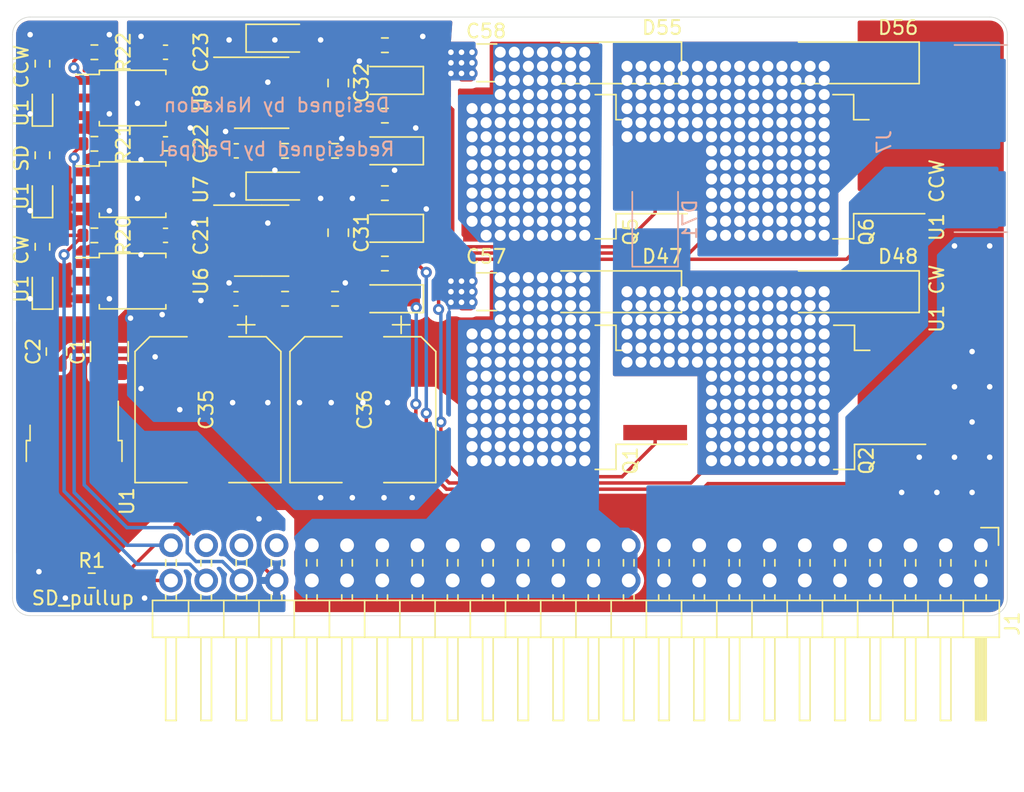
<source format=kicad_pcb>
(kicad_pcb (version 20211014) (generator pcbnew)
  (layers (0 "F.Cu" signal) (31 "B.Cu" signal) (34 "B.Paste" user) (35 "F.Paste" user) (36 "B.SilkS" user "B.Silkscreen") (37 "F.SilkS" user "F.Silkscreen") (38 "B.Mask" user) (39 "F.Mask" user) (44 "Edge.Cuts" user))
  (net 0 "")
  (net 1 "GND")
  (net 2 "GNDA")
  (net 3 "+12V")
  (net 4 "Net-(C31-Pad1)")
  (net 5 "Net-(C32-Pad1)")
  (net 6 "+BATT")
  (net 7 "Net-(D9-Pad2)")
  (net 8 "Net-(D11-Pad2)")
  (net 9 "Net-(D12-Pad2)")
  (net 10 "Net-(D27-Pad2)")
  (net 11 "Net-(D28-Pad2)")
  (net 12 "Net-(D29-Pad2)")
  (net 13 "Net-(D30-Pad2)")
  (net 14 "CW_M1")
  (net 15 "CCW_M1")
  (net 16 "SD_M1")
  (net 17 "Net-(R20-Pad1)")
  (net 18 "Net-(R21-Pad1)")
  (net 19 "Net-(R22-Pad1)")
  (net 20 "Net-(U12-Pad2)")
  (net 21 "Net-(U12-Pad3)")
  (net 22 "Net-(U13-Pad2)")
  (net 23 "Net-(C31-Pad2)")
  (net 24 "Net-(C32-Pad2)")
  (net 25 "Net-(D27-Pad1)")
  (net 26 "Net-(D28-Pad1)")
  (net 27 "Net-(D29-Pad1)")
  (net 28 "Net-(D30-Pad1)")
  (net 29 "Net-(J1-Pad45)")
  (net 30 "Net-(J1-Pad43)")
  (net 31 "Net-(J1-Pad41)")
  (net 32 "+5V")
  (footprint "Capacitor_SMD:C_0603_1608Metric" (layer "F.Cu") (at 118.351 81.915 180)
    (fp_text reference "C23")
    (fp_text value "0.1u")
  )
  (footprint "Capacitor_SMD:CP_Elec_10x10" (layer "F.Cu") (at 132.588 107.696 -90)
    (fp_text reference "C36")
    (fp_text value "220u")
  )
  (footprint "LED_SMD:LED_0603_1608Metric" (layer "F.Cu") (at 109.474 98.9585 90)
    (fp_text reference "D9" hide)
    (fp_text value "LED")
  )
  (footprint "LED_SMD:LED_0603_1608Metric" (layer "F.Cu") (at 109.474 85.7505 90)
    (fp_text reference "D11" hide)
    (fp_text value "LED")
  )
  (footprint "LED_SMD:LED_0603_1608Metric" (layer "F.Cu") (at 109.474 92.3545 90)
    (fp_text reference "D12" hide)
    (fp_text value "LED")
  )
  (footprint "Resistor_SMD:R_0603_1608Metric" (layer "F.Cu") (at 109.474 95.948 -90)
    (fp_text reference "R7" hide)
    (fp_text value "10k")
  )
  (footprint "Resistor_SMD:R_0603_1608Metric" (layer "F.Cu") (at 109.474 82.74 -90)
    (fp_text reference "R8" hide)
    (fp_text value "10k")
  )
  (footprint "Resistor_SMD:R_0603_1608Metric" (layer "F.Cu") (at 109.474 89.344 -90)
    (fp_text reference "R9" hide)
    (fp_text value "10k")
  )
  (footprint "Resistor_SMD:R_0603_1608Metric" (layer "F.Cu") (at 113.221 95.123 180)
    (fp_text reference "R20")
    (fp_text value "1k")
  )
  (footprint "Resistor_SMD:R_0603_1608Metric" (layer "F.Cu") (at 113.221 88.519 180)
    (fp_text reference "R21")
    (fp_text value "1k")
  )
  (footprint "Resistor_SMD:R_0603_1608Metric" (layer "F.Cu") (at 113.221 81.915 180)
    (fp_text reference "R22")
    (fp_text value "1k")
  )
  (footprint "Package_SO:SO-6_4.4x3.6mm_P1.27mm" (layer "F.Cu") (at 115.976 91.821)
    (fp_text reference "U7")
    (fp_text value "TLP152")
  )
  (footprint "Package_SO:SO-6_4.4x3.6mm_P1.27mm" (layer "F.Cu") (at 115.976 85.217)
    (fp_text reference "U8")
    (fp_text value "TLP152")
  )
  (footprint "Capacitor_SMD:C_0603_1608Metric" (layer "F.Cu") (at 118.351 88.519 180)
    (fp_text reference "C22")
    (fp_text value "0.1u")
  )
  (footprint "Diode_SMD:D_MELF_Handsoldering" (layer "F.Cu") (at 150.27 99.187 180)
    (fp_text reference "D47")
    (fp_text value "DIODE")
  )
  (footprint "Diode_SMD:D_MELF_Handsoldering" (layer "F.Cu") (at 167.415 82.677 180)
    (fp_text reference "D56")
    (fp_text value "DIODE")
  )
  (footprint "Diode_SMD:D_MELF_Handsoldering" (layer "F.Cu") (at 150.27 82.677 180)
    (fp_text reference "D55")
    (fp_text value "DIODE")
  )
  (footprint "Diode_SMD:D_MELF_Handsoldering" (layer "F.Cu") (at 167.415 99.187 180)
    (fp_text reference "D48")
    (fp_text value "DIODE")
  )
  (footprint "Package_TO_SOT_SMD:TO-263-2" (layer "F.Cu") (at 165.04 90.17 180)
    (fp_text reference "Q6")
    (fp_text value "Q_NMOS_GDS")
  )
  (footprint "Package_TO_SOT_SMD:TO-263-2" (layer "F.Cu") (at 147.895 90.17 180)
    (fp_text reference "Q5")
    (fp_text value "Q_NMOS_GDS")
  )
  (footprint "Package_TO_SOT_SMD:TO-263-2" (layer "F.Cu") (at 165.1 106.807 180)
    (fp_text reference "Q2")
    (fp_text value "Q_NMOS_GDS")
  )
  (footprint "Package_SO:SOIC-8_3.9x4.9mm_P1.27mm" (layer "F.Cu") (at 125.287 95.504)
    (fp_text reference "U12" hide)
    (fp_text value "IR2104")
  )
  (footprint "Resistor_SMD:R_0603_1608Metric" (layer "F.Cu") (at 134.175 86.487 180)
    (fp_text reference "R38" hide)
    (fp_text value "10")
  )
  (footprint "Resistor_SMD:R_0603_1608Metric" (layer "F.Cu") (at 134.175 81.407 180)
    (fp_text reference "R37" hide)
    (fp_text value "10")
  )
  (footprint "Resistor_SMD:R_0603_1608Metric" (layer "F.Cu") (at 134.175 92.075 180)
    (fp_text reference "R35" hide)
    (fp_text value "10")
  )
  (footprint "Resistor_SMD:R_0603_1608Metric" (layer "F.Cu") (at 134.175 97.155 180)
    (fp_text reference "R36" hide)
    (fp_text value "10")
  )
  (footprint "Diode_SMD:D_SOD-123F" (layer "F.Cu") (at 134.75 89.027 180)
    (fp_text reference "D30" hide)
    (fp_text value "1N4148W")
  )
  (footprint "Diode_SMD:D_SOD-123F" (layer "F.Cu") (at 134.75 83.947 180)
    (fp_text reference "D29" hide)
    (fp_text value "1N4148W")
  )
  (footprint "Diode_SMD:D_SOD-123F" (layer "F.Cu") (at 134.75 99.695 180)
    (fp_text reference "D28" hide)
    (fp_text value "1N4148W")
  )
  (footprint "Diode_SMD:D_SOD-123F" (layer "F.Cu") (at 134.75 94.615 180)
    (fp_text reference "D27" hide)
    (fp_text value "1N4148W")
  )
  (footprint "Diode_SMD:D_SOD-123F" (layer "F.Cu") (at 126.362 80.899)
    (fp_text reference "D24" hide)
    (fp_text value "1N4148W")
  )
  (footprint "Diode_SMD:D_SOD-123F" (layer "F.Cu") (at 126.362 91.567)
    (fp_text reference "D23" hide)
    (fp_text value "1N4148W")
  )
  (footprint "Capacitor_SMD:C_0603_1608Metric" (layer "F.Cu") (at 123.457 89.027 180)
    (fp_text reference "C28" hide)
    (fp_text value "0.1u")
  )
  (footprint "Capacitor_SMD:C_0603_1608Metric" (layer "F.Cu") (at 123.431 99.695 180)
    (fp_text reference "C27" hide)
    (fp_text value "0.1u")
  )
  (footprint "Package_SO:SOIC-8_3.9x4.9mm_P1.27mm" (layer "F.Cu") (at 125.287 84.836)
    (fp_text reference "U13" hide)
    (fp_text value "IR2104")
  )
  (footprint "Resistor_SMD:R_0603_1608Metric" (layer "F.Cu") (at 130.5815 89.027)
    (fp_text reference "R28" hide)
    (fp_text value "10k")
  )
  (footprint "Resistor_SMD:R_0603_1608Metric" (layer "F.Cu") (at 126.9745 89.027)
    (fp_text reference "R31" hide)
    (fp_text value "10k")
  )
  (footprint "Resistor_SMD:R_0603_1608Metric" (layer "F.Cu") (at 126.9745 99.695)
    (fp_text reference "R30" hide)
    (fp_text value "10k")
  )
  (footprint "Resistor_SMD:R_0603_1608Metric" (layer "F.Cu") (at 130.5815 99.695)
    (fp_text reference "R27" hide)
    (fp_text value "10k")
  )
  (footprint "Capacitor_SMD:C_0805_2012Metric" (layer "F.Cu") (at 130.81 94.93 -90)
    (fp_text reference "C31")
    (fp_text value "10u")
  )
  (footprint "Capacitor_SMD:C_0805_2012Metric" (layer "F.Cu") (at 130.81 84.135 -90)
    (fp_text reference "C32")
    (fp_text value "10u")
  )
  (footprint "Capacitor_SMD:C_1210_3225Metric" (layer "F.Cu") (at 141.527 99.187 180)
    (fp_text reference "C57")
    (fp_text value "10u")
  )
  (footprint "Capacitor_SMD:C_1210_3225Metric" (layer "F.Cu") (at 141.527 82.677 180)
    (fp_text reference "C58")
    (fp_text value "10u")
  )
  (footprint "Package_SO:SO-6_4.4x3.6mm_P1.27mm" (layer "F.Cu") (at 115.976 98.425)
    (fp_text reference "U6")
    (fp_text value "TLP152")
  )
  (footprint "Capacitor_SMD:C_0603_1608Metric" (layer "F.Cu") (at 118.351 95.123 180)
    (fp_text reference "C21")
    (fp_text value "0.1u")
  )
  (footprint "Package_TO_SOT_SMD:TO-263-2" (layer "F.Cu") (at 147.895 106.807 180)
    (fp_text reference "Q1")
    (fp_text value "Q_NMOS_GDS")
  )
  (footprint "Capacitor_SMD:C_1210_3225Metric" (layer "F.Cu") (at 114.3 103.505 90)
    (fp_text reference "C1")
    (fp_text value "10u")
  )
  (footprint "Capacitor_SMD:C_0805_2012Metric" (layer "F.Cu") (at 110.49 103.505 90)
    (fp_text reference "C2")
    (fp_text value "10u")
  )
  (footprint "Capacitor_SMD:CP_Elec_10x10" (layer "F.Cu") (at 121.412 107.696 -90)
    (fp_text reference "C35")
    (fp_text value "220u")
  )
  (footprint "Package_TO_SOT_SMD:TO-252-2" (layer "F.Cu") (at 111.76 112.395 -90)
    (fp_text reference "U1")
    (fp_text value "L7812")
  )
  (footprint "Connector_PinHeader_2.54mm:PinHeader_2x24_P2.54mm_Horizontal" (layer "F.Cu") (at 177.165 117.475 -90)
    (fp_text reference "J1")
    (fp_text value "Conn_02x24_Odd_Even_Shielded")
  )
  (footprint "Resistor_SMD:R_0603_1608Metric" (layer "F.Cu") (at 113.03 120.015)
    (fp_text reference "R1")
    (fp_text value "1k")
  )
  (footprint "RobotClub_footprint:T_connecter_female_horizontal" (layer "B.Cu") (at 175.26 88.392)
    (fp_text reference "J7")
    (fp_text value "T_Connector")
  )
  (footprint "Diode_SMD:D_SMA" (layer "B.Cu") (at 153.67 93.98 90)
    (fp_text reference "D71")
    (fp_text value "SMAJ15A R3")
  )
  (gr_arc (start 107.315 80.645) (mid 107.686974 79.746974) (end 108.585 79.375) (layer "Edge.Cuts") (width 0.05))
  (gr_line (start 107.315 121.285) (end 107.315 80.645) (layer "Edge.Cuts") (width 0.05))
  (gr_line (start 108.585 79.375) (end 177.8 79.375) (layer "Edge.Cuts") (width 0.05))
  (gr_line (start 179.07 80.645) (end 179.07 121.285) (layer "Edge.Cuts") (width 0.05))
  (gr_line (start 177.8 122.555) (end 108.585 122.555) (layer "Edge.Cuts") (width 0.05))
  (gr_arc (start 179.07 121.285) (mid 178.698026 122.183026) (end 177.8 122.555) (layer "Edge.Cuts") (width 0.05))
  (gr_arc (start 108.585 122.555) (mid 107.686974 122.183026) (end 107.315 121.285) (layer "Edge.Cuts") (width 0.05))
  (gr_arc (start 177.8 79.375) (mid 178.698026 79.746974) (end 179.07 80.645) (layer "Edge.Cuts") (width 0.05))
  (gr_text "Redesigned by Paripal" (at 126.365 88.9) (layer "B.SilkS") (effects (font (size 1 1)) (justify mirror)))
  (gr_text "Designed by Nakadon" (at 126.365 85.725) (layer "B.SilkS") (effects (font (size 1 1)) (justify mirror)))
  (gr_text "U1 CW" (at 173.99 99.695 90) (layer "F.SilkS") (effects (font (size 1 1))))
  (gr_text "U1 CW" (at 107.95 97.536 90) (layer "F.SilkS") (effects (font (size 1 1))))
  (gr_text "U1 CCW" (at 173.99 92.583 90) (layer "F.SilkS") (effects (font (size 1 1))))
  (gr_text "SD_pullup" (at 112.395 121.285) (layer "F.SilkS") (effects (font (size 1 1))))
  (gr_text "U1 CCW" (at 107.95 84.328 90) (layer "F.SilkS") (effects (font (size 1 1))))
  (gr_text "U1 SD" (at 107.95 90.932 90) (layer "F.SilkS") (effects (font (size 1 1))))
  (segment (start 126.365 120.015) (end 125.095 118.745) (width 0.25) (layer "F.Cu") (net 1))
  (segment (start 125.095 118.745) (end 125.095 115.57) (width 0.25) (layer "F.Cu") (net 1))
  (via (at 116.84 121.285) (size 0.8) (drill 0.4) (layers "F.Cu" "B.Cu") (net 1))
  (via (at 108.585 80.645) (size 0.8) (drill 0.4) (layers "F.Cu" "B.Cu") (net 1))
  (via (at 108.585 86.36) (size 0.8) (drill 0.4) (layers "F.Cu" "B.Cu") (net 1))
  (via (at 108.585 93.345) (size 0.8) (drill 0.4) (layers "F.Cu" "B.Cu") (net 1))
  (via (at 111.125 121.285) (size 0.8) (drill 0.4) (layers "F.Cu" "B.Cu") (net 1))
  (via (at 125.095 115.57) (size 0.8) (drill 0.4) (layers "F.Cu" "B.Cu") (net 1))
  (via (at 114.3 80.645) (size 0.8) (drill 0.4) (layers "F.Cu" "B.Cu") (net 1))
  (via (at 114.3 93.345) (size 0.8) (drill 0.4) (layers "F.Cu" "B.Cu") (net 1))
  (via (at 114.3 86.36) (size 0.8) (drill 0.4) (layers "F.Cu" "B.Cu") (net 1))
  (via (at 114.3 99.695) (size 0.8) (drill 0.4) (layers "F.Cu" "B.Cu") (net 1))
  (via (at 109.22 119.38) (size 0.8) (drill 0.4) (layers "F.Cu" "B.Cu") (net 1))
  (via (at 108.585 99.695) (size 0.8) (drill 0.4) (layers "F.Cu" "B.Cu") (net 1))
  (segment (start 137.504031 113.882031) (end 137.758031 113.882031) (width 0.25) (layer "F.Cu") (net 2))
  (segment (start 137.758031 113.882031) (end 137.922 114.046) (width 0.25) (layer "F.Cu") (net 2))
  (segment (start 137.922 114.046) (end 158.496 114.046) (width 0.25) (layer "F.Cu") (net 2))
  (segment (start 137.504031 113.882031) (end 158.332031 113.882031) (width 0.25) (layer "F.Cu") (net 2))
  (via (at 139.7 99.949) (size 0.8) (drill 0.4) (layers "F.Cu" "B.Cu") (net 2))
  (via (at 140.462 98.425) (size 0.8) (drill 0.4) (layers "F.Cu" "B.Cu") (net 2))
  (via (at 139.7 98.425) (size 0.8) (drill 0.4) (layers "F.Cu" "B.Cu") (net 2))
  (via (at 139.7 99.187) (size 0.8) (drill 0.4) (layers "F.Cu" "B.Cu") (net 2))
  (via (at 138.938 98.425) (size 0.8) (drill 0.4) (layers "F.Cu" "B.Cu") (net 2))
  (via (at 138.938 99.187) (size 0.8) (drill 0.4) (layers "F.Cu" "B.Cu") (net 2))
  (via (at 140.462 99.187) (size 0.8) (drill 0.4) (layers "F.Cu" "B.Cu") (net 2))
  (via (at 138.938 99.949) (size 0.8) (drill 0.4) (layers "F.Cu" "B.Cu") (net 2))
  (via (at 140.462 99.949) (size 0.8) (drill 0.4) (layers "F.Cu" "B.Cu") (net 2))
  (via (at 138.938 81.915) (size 0.8) (drill 0.4) (layers "F.Cu" "B.Cu") (net 2))
  (via (at 119.38 107.696) (size 0.8) (drill 0.4) (layers "F.Cu" "B.Cu") (net 2))
  (via (at 175.26 106.045) (size 0.8) (drill 0.4) (layers "F.Cu" "B.Cu") (net 2))
  (via (at 134.874 90.424) (size 0.8) (drill 0.4) (layers "F.Cu" "B.Cu") (net 2))
  (via (at 136.906 80.772) (size 0.8) (drill 0.4) (layers "F.Cu" "B.Cu") (net 2))
  (via (at 131.318 98.552) (size 0.8) (drill 0.4) (layers "F.Cu" "B.Cu") (net 2))
  (via (at 175.26 111.125) (size 0.8) (drill 0.4) (layers "F.Cu" "B.Cu") (net 2))
  (via (at 122.936 98.552) (size 0.8) (drill 0.4) (layers "F.Cu" "B.Cu") (net 2))
  (via (at 117.602 103.886) (size 0.8) (drill 0.4) (layers "F.Cu" "B.Cu") (net 2))
  (via (at 120.904 99.822) (size 0.8) (drill 0.4) (layers "F.Cu" "B.Cu") (net 2))
  (via (at 116.332 85.598) (size 0.8) (drill 0.4) (layers "F.Cu" "B.Cu") (net 2))
  (via (at 116.586 80.772) (size 0.8) (drill 0.4) (layers "F.Cu" "B.Cu") (net 2))
  (via (at 136.144 114.046) (size 0.8) (drill 0.4) (layers "F.Cu" "B.Cu") (net 2))
  (via (at 138.938 82.677) (size 0.8) (drill 0.4) (layers "F.Cu" "B.Cu") (net 2))
  (via (at 126.238 81.026) (size 0.8) (drill 0.4) (layers "F.Cu" "B.Cu") (net 2))
  (via (at 131.826 92.456) (size 0.8) (drill 0.4) (layers "F.Cu" "B.Cu") (net 2))
  (via (at 116.586 96.52) (size 0.8) (drill 0.4) (layers "F.Cu" "B.Cu") (net 2))
  (via (at 123.19 107.188) (size 0.8) (drill 0.4) (layers "F.Cu" "B.Cu") (net 2))
  (via (at 125.73 94.234) (size 0.8) (drill 0.4) (layers "F.Cu" "B.Cu") (net 2))
  (via (at 171.45 113.665) (size 0.8) (drill 0.4) (layers "F.Cu" "B.Cu") (net 2))
  (via (at 116.332 92.456) (size 0.8) (drill 0.4) (layers "F.Cu" "B.Cu") (net 2))
  (via (at 134.112 114.046) (size 0.8) (drill 0.4) (layers "F.Cu" "B.Cu") (net 2))
  (via (at 177.8 95.885) (size 0.8) (drill 0.4) (layers "F.Cu" "B.Cu") (net 2))
  (via (at 177.8 106.045) (size 0.8) (drill 0.4) (layers "F.Cu" "B.Cu") (net 2))
  (via (at 122.682 87.63) (size 0.8) (drill 0.4) (layers "F.Cu" "B.Cu") (net 2))
  (via (at 122.936 81.026) (size 0.8) (drill 0.4) (layers "F.Cu" "B.Cu") (net 2))
  (via (at 129.54 92.456) (size 0.8) (drill 0.4) (layers "F.Cu" "B.Cu") (net 2))
  (via (at 177.8 111.125) (size 0.8) (drill 0.4) (layers "F.Cu" "B.Cu") (net 2))
  (via (at 139.7 81.915) (size 0.8) (drill 0.4) (layers "F.Cu" "B.Cu") (net 2))
  (via (at 128.016 107.188) (size 0.8) (drill 0.4) (layers "F.Cu" "B.Cu") (net 2))
  (via (at 131.826 114.046) (size 0.8) (drill 0.4) (layers "F.Cu" "B.Cu") (net 2))
  (via (at 129.54 114.046) (size 0.8) (drill 0.4) (layers "F.Cu" "B.Cu") (net 2))
  (via (at 115.824 101.092) (size 0.8) (drill 0.4) (layers "F.Cu" "B.Cu") (net 2))
  (via (at 130.302 107.188) (size 0.8) (drill 0.4) (layers "F.Cu" "B.Cu") (net 2))
  (via (at 140.462 81.915) (size 0.8) (drill 0.4) (layers "F.Cu" "B.Cu") (net 2))
  (via (at 138.938 83.439) (size 0.8) (drill 0.4) (layers "F.Cu" "B.Cu") (net 2))
  (via (at 140.462 82.677) (size 0.8) (drill 0.4) (layers "F.Cu" "B.Cu") (net 2))
  (via (at 137.16 93.218) (size 0.8) (drill 0.4) (layers "F.Cu" "B.Cu") (net 2))
  (via (at 176.53 103.505) (size 0.8) (drill 0.4) (layers "F.Cu" "B.Cu") (net 2))
  (via (at 132.588 107.188) (size 0.8) (drill 0.4) (layers "F.Cu" "B.Cu") (net 2))
  (via (at 172.72 111.125) (size 0.8) (drill 0.4) (layers "F.Cu" "B.Cu") (net 2))
  (via (at 129.54 81.026) (size 0.8) (drill 0.4) (layers "F.Cu" "B.Cu") (net 2))
  (via (at 176.53 108.585) (size 0.8) (drill 0.4) (layers "F.Cu" "B.Cu") (net 2))
  (via (at 134.366 107.188) (size 0.8) (drill 0.4) (layers "F.Cu" "B.Cu") (net 2))
  (via (at 139.7 83.439) (size 0.8) (drill 0.4) (layers "F.Cu" "B.Cu") (net 2))
  (via (at 125.73 84.074) (size 0.8) (drill 0.4) (layers "F.Cu" "B.Cu") (net 2))
  (via (at 120.142 87.376) (size 0.8) (drill 0.4) (layers "F.Cu" "B.Cu") (net 2))
  (via (at 176.53 113.665) (size 0.8) (drill 0.4) (layers "F.Cu" "B.Cu") (net 2))
  (via (at 132.334 82.55) (size 0.8) (drill 0.4) (layers "F.Cu" "B.Cu") (net 2))
  (via (at 118.11 100.838) (size 0.8) (drill 0.4) (layers "F.Cu" "B.Cu") (net 2))
  (via (at 126.238 90.424) (size 0.8) (drill 0.4) (layers "F.Cu" "B.Cu") (net 2))
  (via (at 116.586 106.172) (size 0.8) (drill 0.4) (layers "F.Cu" "B.Cu") (net 2))
  (via (at 136.398 87.376) (size 0.8) (drill 0.4) (layers "F.Cu" "B.Cu") (net 2))
  (via (at 125.73 107.188) (size 0.8) (drill 0.4) (layers "F.Cu" "B.Cu") (net 2))
  (via (at 116.586 89.662) (size 0.8) (drill 0.4) (layers "F.Cu" "B.Cu") (net 2))
  (via (at 140.462 83.439) (size 0.8) (drill 0.4) (layers "F.Cu" "B.Cu") (net 2))
  (via (at 131.064 88.138) (size 0.8) (drill 0.4) (layers "F.Cu" "B.Cu") (net 2))
  (via (at 120.396 94.234) (size 0.8) (drill 0.4) (layers "F.Cu" "B.Cu") (net 2))
  (via (at 173.99 113.665) (size 0.8) (drill 0.4) (layers "F.Cu" "B.Cu") (net 2))
  (via (at 139.7 82.677) (size 0.8) (drill 0.4) (layers "F.Cu" "B.Cu") (net 2))
  (via (at 175.26 95.885) (size 0.8) (drill 0.4) (layers "F.Cu" "B.Cu") (net 2))
  (via (at 123.19 92.202) (size 0.8) (drill 0.4) (layers "F.Cu" "B.Cu") (net 2))
  (segment (start 124.206 99.695) (end 124.714 99.187) (width 0.5) (layer "F.Cu") (net 3))
  (segment (start 109.48 108.195) (end 109.48 105.465) (width 0.5) (layer "F.Cu") (net 3))
  (segment (start 119.126 95.123) (end 119.126 97.155) (width 0.5) (layer "F.Cu") (net 3))
  (segment (start 117.675999 84.536999) (end 117.675999 87.068999) (width 0.5) (layer "F.Cu") (net 3))
  (segment (start 116.84 98.580998) (end 116.84 102.804946) (width 0.5) (layer "F.Cu") (net 3))
  (segment (start 119.126 90.551) (end 118.265998 90.551) (width 0.5) (layer "F.Cu") (net 3))
  (segment (start 120.142 82.931) (end 119.126 83.947) (width 0.5) (layer "F.Cu") (net 3))
  (segment (start 118.265998 90.551) (end 117.675999 91.140999) (width 0.5) (layer "F.Cu") (net 3))
  (segment (start 118.265998 97.155) (end 116.84 98.580998) (width 0.5) (layer "F.Cu") (net 3))
  (segment (start 124.962 89.757) (end 124.232 89.027) (width 0.5) (layer "F.Cu") (net 3))
  (segment (start 111.567 103.378) (end 110.49 104.455) (width 0.5) (layer "F.Cu") (net 3))
  (segment (start 119.126 83.947) (end 118.265998 83.947) (width 0.5) (layer "F.Cu") (net 3))
  (segment (start 116.84 102.804946) (end 116.266946 103.378) (width 0.5) (layer "F.Cu") (net 3))
  (segment (start 124.714 88.545) (end 124.232 89.027) (width 0.5) (layer "F.Cu") (net 3))
  (segment (start 116.67599 82.4446) (end 118.17839 83.947) (width 0.5) (layer "F.Cu") (net 3))
  (segment (start 119.126 88.519) (end 119.126 90.551) (width 0.5) (layer "F.Cu") (net 3))
  (segment (start 124.962 91.567) (end 124.962 89.757) (width 0.5) (layer "F.Cu") (net 3))
  (segment (start 109.48 105.465) (end 110.49 104.455) (width 0.5) (layer "F.Cu") (net 3))
  (segment (start 117.675999 91.140999) (end 117.675999 93.672999) (width 0.5) (layer "F.Cu") (net 3))
  (segment (start 124.962 93.351) (end 124.714 93.599) (width 0.5) (layer "F.Cu") (net 3))
  (segment (start 116.266946 103.378) (end 111.567 103.378) (width 0.5) (layer "F.Cu") (net 3))
  (segment (start 124.714 82.931) (end 124.714 88.545) (width 0.5) (layer "F.Cu") (net 3))
  (segment (start 124.962 80.899) (end 124.962 82.683) (width 0.5) (layer "F.Cu") (net 3))
  (segment (start 119.126 81.915) (end 120.142 82.931) (width 0.5) (layer "F.Cu") (net 3))
  (segment (start 117.675999 87.068999) (end 119.126 88.519) (width 0.5) (layer "F.Cu") (net 3))
  (segment (start 118.17839 83.947) (end 119.126 83.947) (width 0.5) (layer "F.Cu") (net 3))
  (segment (start 118.265998 83.947) (end 117.675999 84.536999) (width 0.5) (layer "F.Cu") (net 3))
  (segment (start 124.962 82.683) (end 124.714 82.931) (width 0.5) (layer "F.Cu") (net 3))
  (segment (start 122.812 82.931) (end 120.142 82.931) (width 0.5) (layer "F.Cu") (net 3))
  (segment (start 117.675999 93.672999) (end 119.126 95.123) (width 0.5) (layer "F.Cu") (net 3))
  (segment (start 124.714 99.187) (end 124.714 93.599) (width 0.5) (layer "F.Cu") (net 3))
  (segment (start 124.714 93.599) (end 122.812 93.599) (width 0.5) (layer "F.Cu") (net 3))
  (segment (start 124.962 91.567) (end 124.962 93.351) (width 0.5) (layer "F.Cu") (net 3))
  (segment (start 124.714 82.931) (end 122.812 82.931) (width 0.5) (layer "F.Cu") (net 3))
  (segment (start 119.126 97.155) (end 118.265998 97.155) (width 0.5) (layer "F.Cu") (net 3))
  (segment (start 127.762 91.567) (end 127.762 93.599) (width 0.25) (layer "F.Cu") (net 4))
  (segment (start 127.762 93.599) (end 130.81 93.599) (width 0.25) (layer "F.Cu") (net 4))
  (segment (start 127.762 82.931) (end 130.81 82.931) (width 0.25) (layer "F.Cu") (net 5))
  (segment (start 127.762 80.899) (end 127.762 82.931) (width 0.25) (layer "F.Cu") (net 5))
  (segment (start 114.3 107.935) (end 114.04 108.195) (width 0.5) (layer "F.Cu") (net 6))
  (segment (start 120.062 103.696) (end 118.778 104.98) (width 0.5) (layer "F.Cu") (net 6))
  (segment (start 114.3 104.98) (end 114.3 107.935) (width 0.5) (layer "F.Cu") (net 6))
  (segment (start 118.778 104.98) (end 115.75 104.98) (width 0.5) (layer "F.Cu") (net 6))
  (segment (start 121.412 103.696) (end 120.062 103.696) (width 0.5) (layer "F.Cu") (net 6))
  (segment (start 115.75 104.98) (end 114.3 104.98) (width 0.5) (layer "F.Cu") (net 6))
  (via (at 140.462 108.331) (size 1) (drill 0.8) (layers "F.Cu" "B.Cu") (net 6))
  (via (at 143.51 108.331) (size 1) (drill 0.8) (layers "F.Cu" "B.Cu") (net 6))
  (via (at 145.542 108.331) (size 1) (drill 0.8) (layers "F.Cu" "B.Cu") (net 6))
  (via (at 146.558 108.331) (size 1) (drill 0.8) (layers "F.Cu" "B.Cu") (net 6))
  (via (at 147.574 108.331) (size 1) (drill 0.8) (layers "F.Cu" "B.Cu") (net 6))
  (via (at 141.478 108.331) (size 1) (drill 0.8) (layers "F.Cu" "B.Cu") (net 6))
  (via (at 142.494 108.331) (size 1) (drill 0.8) (layers "F.Cu" "B.Cu") (net 6))
  (via (at 144.526 108.331) (size 1) (drill 0.8) (layers "F.Cu" "B.Cu") (net 6))
  (via (at 148.59 108.331) (size 1) (drill 0.8) (layers "F.Cu" "B.Cu") (net 6))
  (via (at 140.462 103.251) (size 1) (drill 0.8) (layers "F.Cu" "B.Cu") (net 6))
  (via (at 143.51 103.251) (size 1) (drill 0.8) (layers "F.Cu" "B.Cu") (net 6))
  (via (at 145.542 103.251) (size 1) (drill 0.8) (layers "F.Cu" "B.Cu") (net 6))
  (via (at 146.558 103.251) (size 1) (drill 0.8) (layers "F.Cu" "B.Cu") (net 6))
  (via (at 147.574 103.251) (size 1) (drill 0.8) (layers "F.Cu" "B.Cu") (net 6))
  (via (at 141.478 103.251) (size 1) (drill 0.8) (layers "F.Cu" "B.Cu") (net 6))
  (via (at 142.494 103.251) (size 1) (drill 0.8) (layers "F.Cu" "B.Cu") (net 6))
  (via (at 144.526 103.251) (size 1) (drill 0.8) (layers "F.Cu" "B.Cu") (net 6))
  (via (at 148.59 103.251) (size 1) (drill 0.8) (layers "F.Cu" "B.Cu") (net 6))
  (via (at 141.478 104.267) (size 1) (drill 0.8) (layers "F.Cu" "B.Cu") (net 6))
  (via (at 145.542 101.219) (size 1) (drill 0.8) (layers "F.Cu" "B.Cu") (net 6))
  (via (at 141.478 105.283) (size 1) (drill 0.8) (layers "F.Cu" "B.Cu") (net 6))
  (via (at 146.558 101.219) (size 1) (drill 0.8) (layers "F.Cu" "B.Cu") (net 6))
  (via (at 142.494 101.219) (size 1) (drill 0.8) (layers "F.Cu" "B.Cu") (net 6))
  (via (at 145.542 102.235) (size 1) (drill 0.8) (layers "F.Cu" "B.Cu") (net 6))
  (via (at 145.542 100.203) (size 1) (drill 0.8) (layers "F.Cu" "B.Cu") (net 6))
  (via (at 140.462 102.235) (size 1) (drill 0.8) (layers "F.Cu" "B.Cu") (net 6))
  (via (at 144.526 101.219) (size 1) (drill 0.8) (layers "F.Cu" "B.Cu") (net 6))
  (via (at 144.526 102.235) (size 1) (drill 0.8) (layers "F.Cu" "B.Cu") (net 6))
  (via (at 148.59 102.235) (size 1) (drill 0.8) (layers "F.Cu" "B.Cu") (net 6))
  (via (at 148.59 101.219) (size 1) (drill 0.8) (layers "F.Cu" "B.Cu") (net 6))
  (via (at 148.59 100.203) (size 1) (drill 0.8) (layers "F.Cu" "B.Cu") (net 6))
  (via (at 147.574 101.219) (size 1) (drill 0.8) (layers "F.Cu" "B.Cu") (net 6))
  (via (at 143.51 101.219) (size 1) (drill 0.8) (layers "F.Cu" "B.Cu") (net 6))
  (via (at 140.462 104.267) (size 1) (drill 0.8) (layers "F.Cu" "B.Cu") (net 6))
  (via (at 146.558 100.203) (size 1) (drill 0.8) (layers "F.Cu" "B.Cu") (net 6))
  (via (at 146.558 102.235) (size 1) (drill 0.8) (layers "F.Cu" "B.Cu") (net 6))
  (via (at 141.478 102.235) (size 1) (drill 0.8) (layers "F.Cu" "B.Cu") (net 6))
  (via (at 143.51 102.235) (size 1) (drill 0.8) (layers "F.Cu" "B.Cu") (net 6))
  (via (at 144.526 100.203) (size 1) (drill 0.8) (layers "F.Cu" "B.Cu") (net 6))
  (via (at 147.574 102.235) (size 1) (drill 0.8) (layers "F.Cu" "B.Cu") (net 6))
  (via (at 140.462 105.283) (size 1) (drill 0.8) (layers "F.Cu" "B.Cu") (net 6))
  (via (at 142.494 100.203) (size 1) (drill 0.8) (layers "F.Cu" "B.Cu") (net 6))
  (via (at 142.494 102.235) (size 1) (drill 0.8) (layers "F.Cu" "B.Cu") (net 6))
  (via (at 147.574 100.203) (size 1) (drill 0.8) (layers "F.Cu" "B.Cu") (net 6))
  (via (at 143.51 100.203) (size 1) (drill 0.8) (layers "F.Cu" "B.Cu") (net 6))
  (via (at 143.51 95.123) (size 1) (drill 0.8) (layers "F.Cu" "B.Cu") (net 6))
  (via (at 145.542 95.123) (size 1) (drill 0.8) (layers "F.Cu" "B.Cu") (net 6))
  (via (at 146.558 95.123) (size 1) (drill 0.8) (layers "F.Cu" "B.Cu") (net 6))
  (via (at 147.574 95.123) (size 1) (drill 0.8) (layers "F.Cu" "B.Cu") (net 6))
  (via (at 141.478 95.123) (size 1) (drill 0.8) (layers "F.Cu" "B.Cu") (net 6))
  (via (at 142.494 95.123) (size 1) (drill 0.8) (layers "F.Cu" "B.Cu") (net 6))
  (via (at 144.526 95.123) (size 1) (drill 0.8) (layers "F.Cu" "B.Cu") (net 6))
  (via (at 148.59 95.123) (size 1) (drill 0.8) (layers "F.Cu" "B.Cu") (net 6))
  (via (at 141.478 92.075) (size 1) (drill 0.8) (layers "F.Cu" "B.Cu") (net 6))
  (via (at 145.542 93.091) (size 1) (drill 0.8) (layers "F.Cu" "B.Cu") (net 6))
  (via (at 141.478 93.091) (size 1) (drill 0.8) (layers "F.Cu" "B.Cu") (net 6))
  (via (at 140.462 91.059) (size 1) (drill 0.8) (layers "F.Cu" "B.Cu") (net 6))
  (via (at 146.558 93.091) (size 1) (drill 0.8) (layers "F.Cu" "B.Cu") (net 6))
  (via (at 142.494 93.091) (size 1) (drill 0.8) (layers "F.Cu" "B.Cu") (net 6))
  (via (at 147.574 91.059) (size 1) (drill 0.8) (layers "F.Cu" "B.Cu") (net 6))
  (via (at 142.494 89.027) (size 1) (drill 0.8) (layers "F.Cu" "B.Cu") (net 6))
  (via (at 140.462 90.043) (size 1) (drill 0.8) (layers "F.Cu" "B.Cu") (net 6))
  (via (at 145.542 94.107) (size 1) (drill 0.8) (layers "F.Cu" "B.Cu") (net 6))
  (via (at 145.542 92.075) (size 1) (drill 0.8) (layers "F.Cu" "B.Cu") (net 6))
  (via (at 144.526 91.059) (size 1) (drill 0.8) (layers "F.Cu" "B.Cu") (net 6))
  (via (at 146.558 89.027) (size 1) (drill 0.8) (layers "F.Cu" "B.Cu") (net 6))
  (via (at 144.526 89.027) (size 1) (drill 0.8) (layers "F.Cu" "B.Cu") (net 6))
  (via (at 144.526 90.043) (size 1) (drill 0.8) (layers "F.Cu" "B.Cu") (net 6))
  (via (at 143.51 91.059) (size 1) (drill 0.8) (layers "F.Cu" "B.Cu") (net 6))
  (via (at 148.59 91.059) (size 1) (drill 0.8) (layers "F.Cu" "B.Cu") (net 6))
  (via (at 145.542 89.027) (size 1) (drill 0.8) (layers "F.Cu" "B.Cu") (net 6))
  (via (at 140.462 94.107) (size 1) (drill 0.8) (layers "F.Cu" "B.Cu") (net 6))
  (via (at 142.494 91.059) (size 1) (drill 0.8) (layers "F.Cu" "B.Cu") (net 6))
  (via (at 145.542 90.043) (size 1) (drill 0.8) (layers "F.Cu" "B.Cu") (net 6))
  (via (at 148.59 89.027) (size 1) (drill 0.8) (layers "F.Cu" "B.Cu") (net 6))
  (via (at 146.558 88.011) (size 1) (drill 0.8) (layers "F.Cu" "B.Cu") (net 6))
  (via (at 146.558 90.043) (size 1) (drill 0.8) (layers "F.Cu" "B.Cu") (net 6))
  (via (at 141.478 90.043) (size 1) (drill 0.8) (layers "F.Cu" "B.Cu") (net 6))
  (via (at 144.526 93.091) (size 1) (drill 0.8) (layers "F.Cu" "B.Cu") (net 6))
  (via (at 144.526 94.107) (size 1) (drill 0.8) (layers "F.Cu" "B.Cu") (net 6))
  (via (at 148.59 94.107) (size 1) (drill 0.8) (layers "F.Cu" "B.Cu") (net 6))
  (via (at 148.59 93.091) (size 1) (drill 0.8) (layers "F.Cu" "B.Cu") (net 6))
  (via (at 148.59 92.075) (size 1) (drill 0.8) (layers "F.Cu" "B.Cu") (net 6))
  (via (at 145.542 91.059) (size 1) (drill 0.8) (layers "F.Cu" "B.Cu") (net 6))
  (via (at 147.574 93.091) (size 1) (drill 0.8) (layers "F.Cu" "B.Cu") (net 6))
  (via (at 143.51 93.091) (size 1) (drill 0.8) (layers "F.Cu" "B.Cu") (net 6))
  (via (at 140.462 92.075) (size 1) (drill 0.8) (layers "F.Cu" "B.Cu") (net 6))
  (via (at 146.558 92.075) (size 1) (drill 0.8) (layers "F.Cu" "B.Cu") (net 6))
  (via (at 146.558 94.107) (size 1) (drill 0.8) (layers "F.Cu" "B.Cu") (net 6))
  (via (at 141.478 94.107) (size 1) (drill 0.8) (layers "F.Cu" "B.Cu") (net 6))
  (via (at 143.51 94.107) (size 1) (drill 0.8) (layers "F.Cu" "B.Cu") (net 6))
  (via (at 144.526 92.075) (size 1) (drill 0.8) (layers "F.Cu" "B.Cu") (net 6))
  (via (at 146.558 91.059) (size 1) (drill 0.8) (layers "F.Cu" "B.Cu") (net 6))
  (via (at 147.574 94.107) (size 1) (drill 0.8) (layers "F.Cu" "B.Cu") (net 6))
  (via (at 141.478 91.059) (size 1) (drill 0.8) (layers "F.Cu" "B.Cu") (net 6))
  (via (at 141.478 88.011) (size 1) (drill 0.8) (layers "F.Cu" "B.Cu") (net 6))
  (via (at 141.478 89.027) (size 1) (drill 0.8) (layers "F.Cu" "B.Cu") (net 6))
  (via (at 140.462 93.091) (size 1) (drill 0.8) (layers "F.Cu" "B.Cu") (net 6))
  (via (at 145.542 88.011) (size 1) (drill 0.8) (layers "F.Cu" "B.Cu") (net 6))
  (via (at 142.494 92.075) (size 1) (drill 0.8) (layers "F.Cu" "B.Cu") (net 6))
  (via (at 148.59 90.043) (size 1) (drill 0.8) (layers "F.Cu" "B.Cu") (net 6))
  (via (at 148.59 88.011) (size 1) (drill 0.8) (layers "F.Cu" "B.Cu") (net 6))
  (via (at 142.494 94.107) (size 1) (drill 0.8) (layers "F.Cu" "B.Cu") (net 6))
  (via (at 147.574 92.075) (size 1) (drill 0.8) (layers "F.Cu" "B.Cu") (net 6))
  (via (at 147.574 89.027) (size 1) (drill 0.8) (layers "F.Cu" "B.Cu") (net 6))
  (via (at 143.51 89.027) (size 1) (drill 0.8) (layers "F.Cu" "B.Cu") (net 6))
  (via (at 140.462 88.011) (size 1) (drill 0.8) (layers "F.Cu" "B.Cu") (net 6))
  (via (at 143.51 92.075) (size 1) (drill 0.8) (layers "F.Cu" "B.Cu") (net 6))
  (via (at 147.574 90.043) (size 1) (drill 0.8) (layers "F.Cu" "B.Cu") (net 6))
  (via (at 140.462 86.995) (size 1) (drill 0.8) (layers "F.Cu" "B.Cu") (net 6))
  (via (at 143.51 86.995) (size 1) (drill 0.8) (layers "F.Cu" "B.Cu") (net 6))
  (via (at 142.494 90.043) (size 1) (drill 0.8) (layers "F.Cu" "B.Cu") (net 6))
  (via (at 145.542 86.995) (size 1) (drill 0.8) (layers "F.Cu" "B.Cu") (net 6))
  (via (at 147.574 86.995) (size 1) (drill 0.8) (layers "F.Cu" "B.Cu") (net 6))
  (via (at 141.478 86.995) (size 1) (drill 0.8) (layers "F.Cu" "B.Cu") (net 6))
  (via (at 142.494 86.995) (size 1) (drill 0.8) (layers "F.Cu" "B.Cu") (net 6))
  (via (at 148.59 86.995) (size 1) (drill 0.8) (layers "F.Cu" "B.Cu") (net 6))
  (via (at 142.494 88.011) (size 1) (drill 0.8) (layers "F.Cu" "B.Cu") (net 6))
  (via (at 144.526 86.995) (size 1) (drill 0.8) (layers "F.Cu" "B.Cu") (net 6))
  (via (at 145.542 84.963) (size 1) (drill 0.8) (layers "F.Cu" "B.Cu") (net 6))
  (via (at 143.51 88.011) (size 1) (drill 0.8) (layers "F.Cu" "B.Cu") (net 6))
  (via (at 146.558 86.995) (size 1) (drill 0.8) (layers "F.Cu" "B.Cu") (net 6))
  (via (at 147.574 88.011) (size 1) (drill 0.8) (layers "F.Cu" "B.Cu") (net 6))
  (via (at 140.462 89.027) (size 1) (drill 0.8) (layers "F.Cu" "B.Cu") (net 6))
  (via (at 143.51 90.043) (size 1) (drill 0.8) (layers "F.Cu" "B.Cu") (net 6))
  (via (at 144.526 88.011) (size 1) (drill 0.8) (layers "F.Cu" "B.Cu") (net 6))
  (via (at 143.51 83.947) (size 1) (drill 0.8) (layers "F.Cu" "B.Cu") (net 6))
  (via (at 146.558 85.979) (size 1) (drill 0.8) (layers "F.Cu" "B.Cu") (net 6))
  (via (at 144.526 84.963) (size 1) (drill 0.8) (layers "F.Cu" "B.Cu") (net 6))
  (via (at 148.59 84.963) (size 1) (drill 0.8) (layers "F.Cu" "B.Cu") (net 6))
  (via (at 148.59 83.947) (size 1) (drill 0.8) (layers "F.Cu" "B.Cu") (net 6))
  (via (at 147.574 84.963) (size 1) (drill 0.8) (layers "F.Cu" "B.Cu") (net 6))
  (via (at 140.462 85.979) (size 1) (drill 0.8) (layers "F.Cu" "B.Cu") (net 6))
  (via (at 148.59 85.979) (size 1) (drill 0.8) (layers "F.Cu" "B.Cu") (net 6))
  (via (at 145.542 85.979) (size 1) (drill 0.8) (layers "F.Cu" "B.Cu") (net 6))
  (via (at 141.478 85.979) (size 1) (drill 0.8) (layers "F.Cu" "B.Cu") (net 6))
  (via (at 142.494 85.979) (size 1) (drill 0.8) (layers "F.Cu" "B.Cu") (net 6))
  (via (at 147.574 85.979) (size 1) (drill 0.8) (layers "F.Cu" "B.Cu") (net 6))
  (via (at 146.558 84.963) (size 1) (drill 0.8) (layers "F.Cu" "B.Cu") (net 6))
  (via (at 144.526 85.979) (size 1) (drill 0.8) (layers "F.Cu" "B.Cu") (net 6))
  (via (at 146.558 83.947) (size 1) (drill 0.8) (layers "F.Cu" "B.Cu") (net 6))
  (via (at 147.574 83.947) (size 1) (drill 0.8) (layers "F.Cu" "B.Cu") (net 6))
  (via (at 143.51 85.979) (size 1) (drill 0.8) (layers "F.Cu" "B.Cu") (net 6))
  (via (at 144.526 83.947) (size 1) (drill 0.8) (layers "F.Cu" "B.Cu") (net 6))
  (via (at 143.51 84.963) (size 1) (drill 0.8) (layers "F.Cu" "B.Cu") (net 6))
  (via (at 142.494 83.947) (size 1) (drill 0.8) (layers "F.Cu" "B.Cu") (net 6))
  (via (at 142.494 84.963) (size 1) (drill 0.8) (layers "F.Cu" "B.Cu") (net 6))
  (via (at 145.542 83.947) (size 1) (drill 0.8) (layers "F.Cu" "B.Cu") (net 6))
  (via (at 142.494 81.915) (size 1) (drill 0.8) (layers "F.Cu" "B.Cu") (net 6))
  (via (at 148.59 81.915) (size 1) (drill 0.8) (layers "F.Cu" "B.Cu") (net 6))
  (via (at 145.542 82.931) (size 1) (drill 0.8) (layers "F.Cu" "B.Cu") (net 6))
  (via (at 147.574 81.915) (size 1) (drill 0.8) (layers "F.Cu" "B.Cu") (net 6))
  (via (at 146.558 82.931) (size 1) (drill 0.8) (layers "F.Cu" "B.Cu") (net 6))
  (via (at 145.542 81.915) (size 1) (drill 0.8) (layers "F.Cu" "B.Cu") (net 6))
  (via (at 142.494 82.931) (size 1) (drill 0.8) (layers "F.Cu" "B.Cu") (net 6))
  (via (at 146.558 81.915) (size 1) (drill 0.8) (layers "F.Cu" "B.Cu") (net 6))
  (via (at 144.526 82.931) (size 1) (drill 0.8) (layers "F.Cu" "B.Cu") (net 6))
  (via (at 148.59 82.931) (size 1) (drill 0.8) (layers "F.Cu" "B.Cu") (net 6))
  (via (at 147.574 82.931) (size 1) (drill 0.8) (layers "F.Cu" "B.Cu") (net 6))
  (via (at 143.51 81.915) (size 1) (drill 0.8) (layers "F.Cu" "B.Cu") (net 6))
  (via (at 144.526 81.915) (size 1) (drill 0.8) (layers "F.Cu" "B.Cu") (net 6))
  (via (at 143.51 82.931) (size 1) (drill 0.8) (layers "F.Cu" "B.Cu") (net 6))
  (via (at 147.574 106.299) (size 1) (drill 0.8) (layers "F.Cu" "B.Cu") (net 6))
  (via (at 147.574 109.347) (size 1) (drill 0.8) (layers "F.Cu" "B.Cu") (net 6))
  (via (at 143.51 98.171) (size 1) (drill 0.8) (layers "F.Cu" "B.Cu") (net 6))
  (via (at 148.59 111.379) (size 1) (drill 0.8) (layers "F.Cu" "B.Cu") (net 6))
  (via (at 145.542 107.315) (size 1) (drill 0.8) (layers "F.Cu" "B.Cu") (net 6))
  (via (at 147.574 99.187) (size 1) (drill 0.8) (layers "F.Cu" "B.Cu") (net 6))
  (via (at 147.574 104.267) (size 1) (drill 0.8) (layers "F.Cu" "B.Cu") (net 6))
  (via (at 144.526 105.283) (size 1) (drill 0.8) (layers "F.Cu" "B.Cu") (net 6))
  (via (at 144.526 107.315) (size 1) (drill 0.8) (layers "F.Cu" "B.Cu") (net 6))
  (via (at 148.59 109.347) (size 1) (drill 0.8) (layers "F.Cu" "B.Cu") (net 6))
  (via (at 145.542 104.267) (size 1) (drill 0.8) (layers "F.Cu" "B.Cu") (net 6))
  (via (at 147.574 105.283) (size 1) (drill 0.8) (layers "F.Cu" "B.Cu") (net 6))
  (via (at 142.494 106.299) (size 1) (drill 0.8) (layers "F.Cu" "B.Cu") (net 6))
  (via (at 145.542 106.299) (size 1) (drill 0.8) (layers "F.Cu" "B.Cu") (net 6))
  (via (at 148.59 99.187) (size 1) (drill 0.8) (layers "F.Cu" "B.Cu") (net 6))
  (via (at 148.59 107.315) (size 1) (drill 0.8) (layers "F.Cu" "B.Cu") (net 6))
  (via (at 143.51 104.267) (size 1) (drill 0.8) (layers "F.Cu" "B.Cu") (net 6))
  (via (at 146.558 99.187) (size 1) (drill 0.8) (layers "F.Cu" "B.Cu") (net 6))
  (via (at 144.526 99.187) (size 1) (drill 0.8) (layers "F.Cu" "B.Cu") (net 6))
  (via (at 144.526 109.347) (size 1) (drill 0.8) (layers "F.Cu" "B.Cu") (net 6))
  (via (at 145.542 99.187) (size 1) (drill 0.8) (layers "F.Cu" "B.Cu") (net 6))
  (via (at 141.478 106.299) (size 1) (drill 0.8) (layers "F.Cu" "B.Cu") (net 6))
  (via (at 140.462 109.347) (size 1) (drill 0.8) (layers "F.Cu" "B.Cu") (net 6))
  (via (at 143.51 107.315) (size 1) (drill 0.8) (layers "F.Cu" "B.Cu") (net 6))
  (via (at 148.59 106.299) (size 1) (drill 0.8) (layers "F.Cu" "B.Cu") (net 6))
  (via (at 147.574 107.315) (size 1) (drill 0.8) (layers "F.Cu" "B.Cu") (net 6))
  (via (at 143.51 111.379) (size 1) (drill 0.8) (layers "F.Cu" "B.Cu") (net 6))
  (via (at 144.526 98.171) (size 1) (drill 0.8) (layers "F.Cu" "B.Cu") (net 6))
  (via (at 140.462 110.363) (size 1) (drill 0.8) (layers "F.Cu" "B.Cu") (net 6))
  (via (at 142.494 111.379) (size 1) (drill 0.8) (layers "F.Cu" "B.Cu") (net 6))
  (via (at 146.558 110.363) (size 1) (drill 0.8) (layers "F.Cu" "B.Cu") (net 6))
  (via (at 140.462 111.379) (size 1) (drill 0.8) (layers "F.Cu" "B.Cu") (net 6))
  (via (at 147.574 110.363) (size 1) (drill 0.8) (layers "F.Cu" "B.Cu") (net 6))
  (via (at 141.478 107.315) (size 1) (drill 0.8) (layers "F.Cu" "B.Cu") (net 6))
  (via (at 143.51 105.283) (size 1) (drill 0.8) (layers "F.Cu" "B.Cu") (net 6))
  (via (at 144.526 104.267) (size 1) (drill 0.8) (layers "F.Cu" "B.Cu") (net 6))
  (via (at 145.542 105.283) (size 1) (drill 0.8) (layers "F.Cu" "B.Cu") (net 6))
  (via (at 146.558 111.379) (size 1) (drill 0.8) (layers "F.Cu" "B.Cu") (net 6))
  (via (at 142.494 110.363) (size 1) (drill 0.8) (layers "F.Cu" "B.Cu") (net 6))
  (via (at 147.574 111.379) (size 1) (drill 0.8) (layers "F.Cu" "B.Cu") (net 6))
  (via (at 146.558 109.347) (size 1) (drill 0.8) (layers "F.Cu" "B.Cu") (net 6))
  (via (at 143.51 106.299) (size 1) (drill 0.8) (layers "F.Cu" "B.Cu") (net 6))
  (via (at 145.542 98.171) (size 1) (drill 0.8) (layers "F.Cu" "B.Cu") (net 6))
  (via (at 141.478 109.347) (size 1) (drill 0.8) (layers "F.Cu" "B.Cu") (net 6))
  (via (at 143.51 110.363) (size 1) (drill 0.8) (layers "F.Cu" "B.Cu") (net 6))
  (via (at 144.526 111.379) (size 1) (drill 0.8) (layers "F.Cu" "B.Cu") (net 6))
  (via (at 147.574 98.171) (size 1) (drill 0.8) (layers "F.Cu" "B.Cu") (net 6))
  (via (at 140.462 106.299) (size 1) (drill 0.8) (layers "F.Cu" "B.Cu") (net 6))
  (via (at 142.494 99.187) (size 1) (drill 0.8) (layers "F.Cu" "B.Cu") (net 6))
  (via (at 146.558 98.171) (size 1) (drill 0.8) (layers "F.Cu" "B.Cu") (net 6))
  (via (at 142.494 104.267) (size 1) (drill 0.8) (layers "F.Cu" "B.Cu") (net 6))
  (via (at 144.526 110.363) (size 1) (drill 0.8) (layers "F.Cu" "B.Cu") (net 6))
  (via (at 146.558 104.267) (size 1) (drill 0.8) (layers "F.Cu" "B.Cu") (net 6))
  (via (at 146.558 107.315) (size 1) (drill 0.8) (layers "F.Cu" "B.Cu") (net 6))
  (via (at 146.558 106.299) (size 1) (drill 0.8) (layers "F.Cu" "B.Cu") (net 6))
  (via (at 145.542 109.347) (size 1) (drill 0.8) (layers "F.Cu" "B.Cu") (net 6))
  (via (at 143.51 99.187) (size 1) (drill 0.8) (layers "F.Cu" "B.Cu") (net 6))
  (via (at 142.494 107.315) (size 1) (drill 0.8) (layers "F.Cu" "B.Cu") (net 6))
  (via (at 142.494 105.283) (size 1) (drill 0.8) (layers "F.Cu" "B.Cu") (net 6))
  (via (at 143.51 109.347) (size 1) (drill 0.8) (layers "F.Cu" "B.Cu") (net 6))
  (via (at 144.526 106.299) (size 1) (drill 0.8) (layers "F.Cu" "B.Cu") (net 6))
  (via (at 148.59 110.363) (size 1) (drill 0.8) (layers "F.Cu" "B.Cu") (net 6))
  (via (at 145.542 111.379) (size 1) (drill 0.8) (layers "F.Cu" "B.Cu") (net 6))
  (via (at 148.59 104.267) (size 1) (drill 0.8) (layers "F.Cu" "B.Cu") (net 6))
  (via (at 148.59 105.283) (size 1) (drill 0.8) (layers "F.Cu" "B.Cu") (net 6))
  (via (at 141.478 110.363) (size 1) (drill 0.8) (layers "F.Cu" "B.Cu") (net 6))
  (via (at 142.494 109.347) (size 1) (drill 0.8) (layers "F.Cu" "B.Cu") (net 6))
  (via (at 142.494 98.171) (size 1) (drill 0.8) (layers "F.Cu" "B.Cu") (net 6))
  (via (at 148.59 98.171) (size 1) (drill 0.8) (layers "F.Cu" "B.Cu") (net 6))
  (via (at 141.478 111.379) (size 1) (drill 0.8) (layers "F.Cu" "B.Cu") (net 6))
  (via (at 146.558 105.283) (size 1) (drill 0.8) (layers "F.Cu" "B.Cu") (net 6))
  (via (at 140.462 107.315) (size 1) (drill 0.8) (layers "F.Cu" "B.Cu") (net 6))
  (via (at 145.542 110.363) (size 1) (drill 0.8) (layers "F.Cu" "B.Cu") (net 6))
  (segment (start 109.474 96.773) (end 109.474 98.171) (width 0.25) (layer "F.Cu") (net 7))
  (segment (start 109.474 83.565) (end 109.474 84.963) (width 0.25) (layer "F.Cu") (net 8))
  (segment (start 109.474 90.169) (end 109.474 91.567) (width 0.25) (layer "F.Cu") (net 9))
  (segment (start 126.01198 95.64402) (end 126.787 94.869) (width 0.25) (layer "F.Cu") (net 10))
  (segment (start 133.35 94.615) (end 133.35 92.075) (width 0.25) (layer "F.Cu") (net 10))
  (segment (start 126.01198 99.51998) (end 126.01198 95.64402) (width 0.25) (layer "F.Cu") (net 10))
  (segment (start 126.787 94.869) (end 127.762 94.869) (width 0.25) (layer "F.Cu") (net 10))
  (segment (start 126.187 99.695) (end 126.01198 99.51998) (width 0.25) (layer "F.Cu") (net 10))
  (segment (start 133.096 94.869) (end 133.35 94.615) (width 0.25) (layer "F.Cu") (net 10))
  (segment (start 127.762 94.869) (end 133.096 94.869) (width 0.25) (layer "F.Cu") (net 10))
  (segment (start 127.762 97.409) (end 128.062 97.709) (width 0.25) (layer "F.Cu") (net 11))
  (segment (start 133.35 97.155) (end 133.35 99.695) (width 0.25) (layer "F.Cu") (net 11))
  (segment (start 129.794 99.695) (end 129.794 99.441) (width 0.25) (layer "F.Cu") (net 11))
  (segment (start 132.796 97.709) (end 133.35 97.155) (width 0.25) (layer "F.Cu") (net 11))
  (segment (start 129.794 99.441) (end 127.762 97.409) (width 0.25) (layer "F.Cu") (net 11))
  (segment (start 128.062 97.709) (end 132.796 97.709) (width 0.25) (layer "F.Cu") (net 11))
  (segment (start 127.762 84.201) (end 133.096 84.201) (width 0.25) (layer "F.Cu") (net 12))
  (segment (start 126.01198 88.85198) (end 126.187 89.027) (width 0.25) (layer "F.Cu") (net 12))
  (segment (start 127.762 84.201) (end 126.787 84.201) (width 0.25) (layer "F.Cu") (net 12))
  (segment (start 126.01198 84.97602) (end 126.01198 88.85198) (width 0.25) (layer "F.Cu") (net 12))
  (segment (start 126.787 84.201) (end 126.01198 84.97602) (width 0.25) (layer "F.Cu") (net 12))
  (segment (start 133.096 84.201) (end 133.35 83.947) (width 0.25) (layer "F.Cu") (net 12))
  (segment (start 133.35 81.407) (end 133.35 83.947) (width 0.25) (layer "F.Cu") (net 12))
  (segment (start 127.762 86.741) (end 128.062 87.041) (width 0.25) (layer "F.Cu") (net 13))
  (segment (start 128.062 87.041) (end 132.796 87.041) (width 0.25) (layer "F.Cu") (net 13))
  (segment (start 132.796 87.041) (end 133.35 86.487) (width 0.25) (layer "F.Cu") (net 13))
  (segment (start 133.35 89.027) (end 133.35 86.487) (width 0.25) (layer "F.Cu") (net 13))
  (segment (start 129.794 89.027) (end 129.794 88.773) (width 0.25) (layer "F.Cu") (net 13))
  (segment (start 129.794 88.773) (end 127.762 86.741) (width 0.25) (layer "F.Cu") (net 13))
  (segment (start 109.474 95.123) (end 112.396 95.123) (width 0.25) (layer "F.Cu") (net 14))
  (segment (start 111.035 96.52) (end 111.035 96.484) (width 0.25) (layer "F.Cu") (net 14))
  (segment (start 111.035 96.484) (end 112.396 95.123) (width 0.25) (layer "F.Cu") (net 14))
  (via (at 111.035 96.52) (size 0.8) (drill 0.4) (layers "F.Cu" "B.Cu") (net 14))
  (segment (start 116.298589 118.839999) (end 111.035 113.57641) (width 0.25) (layer "B.Cu") (net 14))
  (segment (start 111.035 113.57641) (end 111.035 96.52) (width 0.25) (layer "B.Cu") (net 14))
  (segment (start 120.109999 118.839999) (end 116.298589 118.839999) (width 0.25) (layer "B.Cu") (net 14))
  (segment (start 121.285 120.015) (end 120.109999 118.839999) (width 0.25) (layer "B.Cu") (net 14))
  (segment (start 111.73739 82.57361) (end 112.396 81.915) (width 0.25) (layer "F.Cu") (net 15))
  (segment (start 111.73739 83.033577) (end 111.73739 82.57361) (width 0.25) (layer "F.Cu") (net 15))
  (segment (start 112.396 81.915) (end 109.474 81.915) (width 0.25) (layer "F.Cu") (net 15))
  (via (at 111.73739 83.033577) (size 0.8) (drill 0.4) (layers "F.Cu" "B.Cu") (net 15))
  (segment (start 119.214002 116.205) (end 115.57 116.205) (width 0.25) (layer "B.Cu") (net 15))
  (segment (start 112.485001 83.781188) (end 111.73739 83.033577) (width 0.25) (layer "B.Cu") (net 15))
  (segment (start 119.920001 116.910999) (end 119.214002 116.205) (width 0.25) (layer "B.Cu") (net 15))
  (segment (start 122.460001 118.650001) (end 120.556411 118.650001) (width 0.25) (layer "B.Cu") (net 15))
  (segment (start 120.556411 118.650001) (end 119.920001 118.013591) (width 0.25) (layer "B.Cu") (net 15))
  (segment (start 112.485001 113.120001) (end 112.485001 83.781188) (width 0.25) (layer "B.Cu") (net 15))
  (segment (start 123.825 120.015) (end 122.460001 118.650001) (width 0.25) (layer "B.Cu") (net 15))
  (segment (start 115.57 116.205) (end 112.485001 113.120001) (width 0.25) (layer "B.Cu") (net 15))
  (segment (start 119.920001 118.013591) (end 119.920001 116.910999) (width 0.25) (layer "B.Cu") (net 15))
  (segment (start 111.76 89.535) (end 111.76 89.155) (width 0.25) (layer "F.Cu") (net 16))
  (segment (start 112.649431 119.570569) (end 112.205 120.015) (width 0.25) (layer "F.Cu") (net 16))
  (segment (start 111.76 89.155) (end 112.396 88.519) (width 0.25) (layer "F.Cu") (net 16))
  (segment (start 117.542919 117.475) (end 115.802929 119.21499) (width 0.25) (layer "F.Cu") (net 16))
  (segment (start 112.396 88.519) (end 109.474 88.519) (width 0.25) (layer "F.Cu") (net 16))
  (segment (start 115.802929 119.21499) (end 113.00501 119.21499) (width 0.25) (layer "F.Cu") (net 16))
  (segment (start 113.00501 119.21499) (end 112.649431 119.570569) (width 0.25) (layer "F.Cu") (net 16))
  (segment (start 118.745 117.475) (end 117.542919 117.475) (width 0.25) (layer "F.Cu") (net 16))
  (via (at 111.76 89.535) (size 0.8) (drill 0.4) (layers "F.Cu" "B.Cu") (net 16))
  (segment (start 111.76 113.665) (end 111.76 89.535) (width 0.25) (layer "B.Cu") (net 16))
  (segment (start 115.57 117.475) (end 111.76 113.665) (width 0.25) (layer "B.Cu") (net 16))
  (segment (start 118.745 117.475) (end 115.57 117.475) (width 0.25) (layer "B.Cu") (net 16))
  (segment (start 114.046 95.123) (end 114.046 95.935) (width 0.25) (layer "F.Cu") (net 17))
  (segment (start 114.046 95.935) (end 112.826 97.155) (width 0.25) (layer "F.Cu") (net 17))
  (segment (start 114.046 89.331) (end 112.826 90.551) (width 0.25) (layer "F.Cu") (net 18))
  (segment (start 114.046 88.519) (end 114.046 89.331) (width 0.25) (layer "F.Cu") (net 18))
  (segment (start 114.046 82.727) (end 112.826 83.947) (width 0.25) (layer "F.Cu") (net 19))
  (segment (start 114.046 81.915) (end 114.046 82.727) (width 0.25) (layer "F.Cu") (net 19))
  (segment (start 121.158 95.548) (end 121.837 94.869) (width 0.25) (layer "F.Cu") (net 20))
  (segment (start 121.158 97.643) (end 121.158 95.548) (width 0.25) (layer "F.Cu") (net 20))
  (segment (start 119.126 98.425) (end 120.376 98.425) (width 0.25) (layer "F.Cu") (net 20))
  (segment (start 120.376 98.425) (end 121.158 97.643) (width 0.25) (layer "F.Cu") (net 20))
  (segment (start 121.837 94.869) (end 122.812 94.869) (width 0.25) (layer "F.Cu") (net 20))
  (segment (start 121.80299 94.24399) (end 123.833758 94.24399) (width 0.25) (layer "F.Cu") (net 21))
  (segment (start 120.376 91.821) (end 120.376 92.309) (width 0.25) (layer "F.Cu") (net 21))
  (segment (start 121.51199 93.95299) (end 121.80299 94.24399) (width 0.25) (layer "F.Cu") (net 21))
  (segment (start 121.158 86.15) (end 121.158 91.039) (width 0.25) (layer "F.Cu") (net 21))
  (segment (start 121.837 85.471) (end 121.158 86.15) (width 0.25) (layer "F.Cu") (net 21))
  (segment (start 121.51199 93.44499) (end 121.51199 93.95299) (width 0.25) (layer "F.Cu") (net 21))
  (segment (start 121.158 91.039) (end 120.376 91.821) (width 0.25) (layer "F.Cu") (net 21))
  (segment (start 120.376 92.309) (end 121.51199 93.44499) (width 0.25) (layer "F.Cu") (net 21))
  (segment (start 120.376 91.821) (end 119.126 91.821) (width 0.25) (layer "F.Cu") (net 21))
  (segment (start 123.787 96.139) (end 122.812 96.139) (width 0.25) (layer "F.Cu") (net 21))
  (segment (start 124.11201 94.522242) (end 124.11201 95.81399) (width 0.25) (layer "F.Cu") (net 21))
  (segment (start 123.833758 94.24399) (end 124.11201 94.522242) (width 0.25) (layer "F.Cu") (net 21))
  (segment (start 122.812 85.471) (end 121.837 85.471) (width 0.25) (layer "F.Cu") (net 21))
  (segment (start 124.11201 95.81399) (end 123.787 96.139) (width 0.25) (layer "F.Cu") (net 21))
  (segment (start 121.392 84.201) (end 122.812 84.201) (width 0.25) (layer "F.Cu") (net 22))
  (segment (start 119.126 85.217) (end 120.376 85.217) (width 0.25) (layer "F.Cu") (net 22))
  (segment (start 120.376 85.217) (end 121.392 84.201) (width 0.25) (layer "F.Cu") (net 22))
  (segment (start 138.807852 112.982011) (end 156.249989 112.982011) (width 0.25) (layer "F.Cu") (net 23))
  (segment (start 126.46199 98.39499) (end 126.46199 96.46401) (width 0.25) (layer "F.Cu") (net 23))
  (segment (start 126.46199 96.46401) (end 126.787 96.139) (width 0.25) (layer "F.Cu") (net 23))
  (segment (start 126.787 96.139) (end 127.762 96.139) (width 0.25) (layer "F.Cu") (net 23))
  (segment (start 127.762 96.139) (end 130.551 96.139) (width 0.25) (layer "F.Cu") (net 23))
  (segment (start 156.249989 112.982011) (end 161.725 107.507) (width 0.25) (layer "F.Cu") (net 23))
  (segment (start 135.238751 95.90329) (end 137.287 97.951539) (width 0.25) (layer "F.Cu") (net 23))
  (segment (start 137.16 111.334159) (end 138.807852 112.982011) (width 0.25) (layer "F.Cu") (net 23))
  (segment (start 131.45571 95.90329) (end 135.238751 95.90329) (width 0.25) (layer "F.Cu") (net 23))
  (segment (start 127.762 99.695) (end 126.46199 98.39499) (width 0.25) (layer "F.Cu") (net 23))
  (segment (start 130.551 96.139) (end 130.81 95.88) (width 0.25) (layer "F.Cu") (net 23))
  (segment (start 161.665 106.432) (end 161.798 106.299) (width 0.25) (layer "F.Cu") (net 23))
  (segment (start 161.725 107.507) (end 161.725 106.807) (width 0.25) (layer "F.Cu") (net 23))
  (segment (start 137.16 107.95) (end 137.16 111.334159) (width 0.25) (layer "F.Cu") (net 23))
  (via (at 161.798 106.299) (size 1) (drill 0.8) (layers "F.Cu" "B.Cu") (net 23))
  (via (at 156.718 100.203) (size 1) (drill 0.8) (layers "F.Cu" "B.Cu") (net 23))
  (via (at 155.702 99.187) (size 1) (drill 0.8) (layers "F.Cu" "B.Cu") (net 23))
  (via (at 157.734 100.203) (size 1) (drill 0.8) (layers "F.Cu" "B.Cu") (net 23))
  (via (at 162.814 100.203) (size 1) (drill 0.8) (layers "F.Cu" "B.Cu") (net 23))
  (via (at 165.862 101.219) (size 1) (drill 0.8) (layers "F.Cu" "B.Cu") (net 23))
  (via (at 158.75 100.203) (size 1) (drill 0.8) (layers "F.Cu" "B.Cu") (net 23))
  (via (at 159.766 100.203) (size 1) (drill 0.8) (layers "F.Cu" "B.Cu") (net 23))
  (via (at 165.862 100.203) (size 1) (drill 0.8) (layers "F.Cu" "B.Cu") (net 23))
  (via (at 156.718 99.187) (size 1) (drill 0.8) (layers "F.Cu" "B.Cu") (net 23))
  (via (at 154.686 101.219) (size 1) (drill 0.8) (layers "F.Cu" "B.Cu") (net 23))
  (via (at 156.718 101.219) (size 1) (drill 0.8) (layers "F.Cu" "B.Cu") (net 23))
  (via (at 154.686 99.187) (size 1) (drill 0.8) (layers "F.Cu" "B.Cu") (net 23))
  (via (at 164.846 100.203) (size 1) (drill 0.8) (layers "F.Cu" "B.Cu") (net 23))
  (via (at 163.83 100.203) (size 1) (drill 0.8) (layers "F.Cu" "B.Cu") (net 23))
  (via (at 160.782 100.203) (size 1) (drill 0.8) (layers "F.Cu" "B.Cu") (net 23))
  (via (at 155.702 101.219) (size 1) (drill 0.8) (layers "F.Cu" "B.Cu") (net 23))
  (via (at 154.686 100.203) (size 1) (drill 0.8) (layers "F.Cu" "B.Cu") (net 23))
  (via (at 155.702 100.203) (size 1) (drill 0.8) (layers "F.Cu" "B.Cu") (net 23))
  (via (at 161.798 100.203) (size 1) (drill 0.8) (layers "F.Cu" "B.Cu") (net 23))
  (via (at 164.846 99.187) (size 1) (drill 0.8) (layers "F.Cu" "B.Cu") (net 23))
  (via (at 161.798 99.187) (size 1) (drill 0.8) (layers "F.Cu" "B.Cu") (net 23))
  (via (at 159.766 99.187) (size 1) (drill 0.8) (layers "F.Cu" "B.Cu") (net 23))
  (via (at 157.734 99.187) (size 1) (drill 0.8) (layers "F.Cu" "B.Cu") (net 23))
  (via (at 163.83 99.187) (size 1) (drill 0.8) (layers "F.Cu" "B.Cu") (net 23))
  (via (at 165.862 99.187) (size 1) (drill 0.8) (layers "F.Cu" "B.Cu") (net 23))
  (via (at 160.782 99.187) (size 1) (drill 0.8) (layers "F.Cu" "B.Cu") (net 23))
  (via (at 162.814 99.187) (size 1) (drill 0.8) (layers "F.Cu" "B.Cu") (net 23))
  (via (at 158.75 99.187) (size 1) (drill 0.8) (layers "F.Cu" "B.Cu") (net 23))
  (via (at 161.798 101.219) (size 1) (drill 0.8) (layers "F.Cu" "B.Cu") (net 23))
  (via (at 158.75 101.219) (size 1) (drill 0.8) (layers "F.Cu" "B.Cu") (net 23))
  (via (at 162.814 101.219) (size 1) (drill 0.8) (layers "F.Cu" "B.Cu") (net 23))
  (via (at 163.83 101.219) (size 1) (drill 0.8) (layers "F.Cu" "B.Cu") (net 23))
  (via (at 159.766 101.219) (size 1) (drill 0.8) (layers "F.Cu" "B.Cu") (net 23))
  (via (at 157.734 101.219) (size 1) (drill 0.8) (layers "F.Cu" "B.Cu") (net 23))
  (via (at 164.846 101.219) (size 1) (drill 0.8) (layers "F.Cu" "B.Cu") (net 23))
  (via (at 160.782 101.219) (size 1) (drill 0.8) (layers "F.Cu" "B.Cu") (net 23))
  (via (at 157.734 108.331) (size 1) (drill 0.8) (layers "F.Cu" "B.Cu") (net 23))
  (via (at 161.798 104.267) (size 1) (drill 0.8) (layers "F.Cu" "B.Cu") (net 23))
  (via (at 164.846 111.379) (size 1) (drill 0.8) (layers "F.Cu" "B.Cu") (net 23))
  (via (at 153.67 102.235) (size 1) (drill 0.8) (layers "F.Cu" "B.Cu") (net 23))
  (via (at 151.638 101.219) (size 1) (drill 0.8) (layers "F.Cu" "B.Cu") (net 23))
  (via (at 165.862 108.331) (size 1) (drill 0.8) (layers "F.Cu" "B.Cu") (net 23))
  (via (at 165.862 103.251) (size 1) (drill 0.8) (layers "F.Cu" "B.Cu") (net 23))
  (via (at 158.75 102.235) (size 1) (drill 0.8) (layers "F.Cu" "B.Cu") (net 23))
  (via (at 163.83 106.299) (size 1) (drill 0.8) (layers "F.Cu" "B.Cu") (net 23))
  (via (at 158.75 105.283) (size 1) (drill 0.8) (layers "F.Cu" "B.Cu") (net 23))
  (via (at 163.83 109.347) (size 1) (drill 0.8) (layers "F.Cu" "B.Cu") (net 23))
  (via (at 157.734 109.347) (size 1) (drill 0.8) (layers "F.Cu" "B.Cu") (net 23))
  (via (at 163.83 107.315) (size 1) (drill 0.8) (layers "F.Cu" "B.Cu") (net 23))
  (via (at 161.798 102.235) (size 1) (drill 0.8) (layers "F.Cu" "B.Cu") (net 23))
  (via (at 163.83 104.267) (size 1) (drill 0.8) (layers "F.Cu" "B.Cu") (net 23))
  (via (at 162.814 106.299) (size 1) (drill 0.8) (layers "F.Cu" "B.Cu") (net 23))
  (via (at 137.16 107.95) (size 0.8) (drill 0.4) (layers "F.Cu" "B.Cu") (net 23))
  (via (at 159.766 106.299) (size 1) (drill 0.8) (layers "F.Cu" "B.Cu") (net 23))
  (via (at 161.798 110.363) (size 1) (drill 0.8) (layers "F.Cu" "B.Cu") (net 23))
  (via (at 158.75 110.363) (size 1) (drill 0.8) (layers "F.Cu" "B.Cu") (net 23))
  (via (at 151.638 99.187) (size 1) (drill 0.8) (layers "F.Cu" "B.Cu") (net 23))
  (via (at 162.814 104.267) (size 1) (drill 0.8) (layers "F.Cu" "B.Cu") (net 23))
  (via (at 164.846 108.331) (size 1) (drill 0.8) (layers "F.Cu" "B.Cu") (net 23))
  (via (at 158.75 109.347) (size 1) (drill 0.8) (layers "F.Cu" "B.Cu") (net 23))
  (via (at 158.75 106.299) (size 1) (drill 0.8) (layers "F.Cu" "B.Cu") (net 23))
  (via (at 157.734 111.379) (size 1) (drill 0.8) (layers "F.Cu" "B.Cu") (net 23))
  (via (at 162.814 109.347) (size 1) (drill 0.8) (layers "F.Cu" "B.Cu") (net 23))
  (via (at 165.862 105.283) (size 1) (drill 0.8) (layers "F.Cu" "B.Cu") (net 23))
  (via (at 158.75 111.379) (size 1) (drill 0.8) (layers "F.Cu" "B.Cu") (net 23))
  (via (at 151.638 100.203) (size 1) (drill 0.8) (layers "F.Cu" "B.Cu") (net 23))
  (via (at 152.654 100.203) (size 1) (drill 0.8) (layers "F.Cu" "B.Cu") (net 23))
  (via (at 160.782 110.363) (size 1) (drill 0.8) (layers "F.Cu" "B.Cu") (net 23))
  (via (at 157.734 103.251) (size 1) (drill 0.8) (layers "F.Cu" "B.Cu") (net 23))
  (via (at 156.718 103.251) (size 1) (drill 0.8) (layers "F.Cu" "B.Cu") (net 23))
  (via (at 158.75 104.267) (size 1) (drill 0.8) (layers "F.Cu" "B.Cu") (net 23))
  (via (at 159.766 111.379) (size 1) (drill 0.8) (layers "F.Cu" "B.Cu") (net 23))
  (via (at 165.862 106.299) (size 1) (drill 0.8) (layers "F.Cu" "B.Cu") (net 23))
  (via (at 154.686 104.267) (size 1) (drill 0.8) (layers "F.Cu" "B.Cu") (net 23))
  (via (at 154.686 102.235) (size 1) (drill 0.8) (layers "F.Cu" "B.Cu") (net 23))
  (via (at 162.814 111.379) (size 1) (drill 0.8) (layers "F.Cu" "B.Cu") (net 23))
  (via (at 162.814 103.251) (size 1) (drill 0.8) (layers "F.Cu" "B.Cu") (net 23))
  (via (at 162.814 110.363) (size 1) (drill 0.8) (layers "F.Cu" "B.Cu") (net 23))
  (via (at 153.67 101.219) (size 1) (drill 0.8) (layers "F.Cu" "B.Cu") (net 23))
  (via (at 137.16 97.79) (size 0.8) (drill 0.4) (layers "F.Cu" "B.Cu") (net 23))
  (via (at 152.654 102.235) (size 1) (drill 0.8) (layers "F.Cu" "B.Cu") (net 23))
  (via (at 161.798 105.283) (size 1) (drill 0.8) (layers "F.Cu" "B.Cu") (net 23))
  (via (at 163.83 102.235) (size 1) (drill 0.8) (layers "F.Cu" "B.Cu") (net 23))
  (via (at 155.702 102.235) (size 1) (drill 0.8) (layers "F.Cu" "B.Cu") (net 23))
  (via (at 165.862 110.363) (size 1) (drill 0.8) (layers "F.Cu" "B.Cu") (net 23))
  (via (at 159.766 108.331) (size 1) (drill 0.8) (layers "F.Cu" "B.Cu") (net 23))
  (via (at 160.782 105.283) (size 1) (drill 0.8) (layers "F.Cu" "B.Cu") (net 23))
  (via (at 159.766 107.315) (size 1) (drill 0.8) (layers "F.Cu" "B.Cu") (net 23))
  (via (at 159.766 104.267) (size 1) (drill 0.8) (layers "F.Cu" "B.Cu") (net 23))
  (via (at 161.798 103.251) (size 1) (drill 0.8) (layers "F.Cu" "B.Cu") (net 23))
  (via (at 164.846 109.347) (size 1) (drill 0.8) (layers "F.Cu" "B.Cu") (net 23))
  (via (at 159.766 109.347) (size 1) (drill 0.8) (layers "F.Cu" "B.Cu") (net 23))
  (via (at 163.83 103.251) (size 1) (drill 0.8) (layers "F.Cu" "B.Cu") (net 23))
  (via (at 160.782 109.347) (size 1) (drill 0.8) (layers "F.Cu" "B.Cu") (net 23))
  (via (at 160.782 107.315) (size 1) (drill 0.8) (layers "F.Cu" "B.Cu") (net 23))
  (via (at 163.83 111.379) (size 1) (drill 0.8) (layers "F.Cu" "B.Cu") (net 23))
  (via (at 165.862 104.267) (size 1) (drill 0.8) (layers "F.Cu" "B.Cu") (net 23))
  (via (at 162.814 107.315) (size 1) (drill 0.8) (layers "F.Cu" "B.Cu") (net 23))
  (via (at 165.862 107.315) (size 1) (drill 0.8) (layers "F.Cu" "B.Cu") (net 23))
  (via (at 164.846 105.283) (size 1) (drill 0.8) (layers "F.Cu" "B.Cu") (net 23))
  (via (at 151.638 104.267) (size 1) (drill 0.8) (layers "F.Cu" "B.Cu") (net 23))
  (via (at 165.862 111.379) (size 1) (drill 0.8) (layers "F.Cu" "B.Cu") (net 23))
  (via (at 161.798 109.347) (size 1) (drill 0.8) (layers "F.Cu" "B.Cu") (net 23))
  (via (at 162.814 105.283) (size 1) (drill 0.8) (layers "F.Cu" "B.Cu") (net 23))
  (via (at 165.862 102.235) (size 1) (drill 0.8) (layers "F.Cu" "B.Cu") (net 23))
  (via (at 160.782 103.251) (size 1) (drill 0.8) (layers "F.Cu" "B.Cu") (net 23))
  (via (at 158.75 108.331) (size 1) (drill 0.8) (layers "F.Cu" "B.Cu") (net 23))
  (via (at 160.782 104.267) (size 1) (drill 0.8) (layers "F.Cu" "B.Cu") (net 23))
  (via (at 164.846 107.315) (size 1) (drill 0.8) (layers "F.Cu" "B.Cu") (net 23))
  (via (at 161.798 111.379) (size 1) (drill 0.8) (layers "F.Cu" "B.Cu") (net 23))
  (via (at 157.734 107.315) (size 1) (drill 0.8) (layers "F.Cu" "B.Cu") (net 23))
  (via (at 158.75 103.251) (size 1) (drill 0.8) (layers "F.Cu" "B.Cu") (net 23))
  (via (at 153.67 103.251) (size 1) (drill 0.8) (layers "F.Cu" "B.Cu") (net 23))
  (via (at 164.846 103.251) (size 1) (drill 0.8) (layers "F.Cu" "B.Cu") (net 23))
  (via (at 157.734 102.235) (size 1) (drill 0.8) (layers "F.Cu" "B.Cu") (net 23))
  (via (at 163.83 110.363) (size 1) (drill 0.8) (layers "F.Cu" "B.Cu") (net 23))
  (via (at 162.814 102.235) (size 1) (drill 0.8) (layers "F.Cu" "B.Cu") (net 23))
  (via (at 163.83 105.283) (size 1) (drill 0.8) (layers "F.Cu" "B.Cu") (net 23))
  (via (at 161.798 107.315) (size 1) (drill 0.8) (layers "F.Cu" "B.Cu") (net 23))
  (via (at 153.67 104.267) (size 1) (drill 0.8) (layers "F.Cu" "B.Cu") (net 23))
  (via (at 163.83 108.331) (size 1) (drill 0.8) (layers "F.Cu" "B.Cu") (net 23))
  (via (at 164.846 102.235) (size 1) (drill 0.8) (layers "F.Cu" "B.Cu") (net 23))
  (via (at 153.67 99.187) (size 1) (drill 0.8) (layers "F.Cu" "B.Cu") (net 23))
  (via (at 154.686 103.251) (size 1) (drill 0.8) (layers "F.Cu" "B.Cu") (net 23))
  (via (at 156.718 102.235) (size 1) (drill 0.8) (layers "F.Cu" "B.Cu") (net 23))
  (via (at 157.734 110.363) (size 1) (drill 0.8) (layers "F.Cu" "B.Cu") (net 23))
  (via (at 151.638 102.235) (size 1) (drill 0.8) (layers "F.Cu" "B.Cu") (net 23))
  (via (at 157.734 105.283) (size 1) (drill 0.8) (layers "F.Cu" "B.Cu") (net 23))
  (via (at 161.798 108.331) (size 1) (drill 0.8) (layers "F.Cu" "B.Cu") (net 23))
  (via (at 157.734 104.267) (size 1) (drill 0.8) (layers "F.Cu" "B.Cu") (net 23))
  (via (at 157.734 106.299) (size 1) (drill 0.8) (layers "F.Cu" "B.Cu") (net 23))
  (via (at 164.846 106.299) (size 1) (drill 0.8) (layers "F.Cu" "B.Cu") (net 23))
  (via (at 160.782 108.331) (size 1) (drill 0.8) (layers "F.Cu" "B.Cu") (net 23))
  (via (at 160.782 106.299) (size 1) (drill 0.8) (layers "F.Cu" "B.Cu") (net 23))
  (via (at 159.766 110.363) (size 1) (drill 0.8) (layers "F.Cu" "B.Cu") (net 23))
  (via (at 158.75 107.315) (size 1) (drill 0.8) (layers "F.Cu" "B.Cu") (net 23))
  (via (at 155.702 103.251) (size 1) (drill 0.8) (layers "F.Cu" "B.Cu") (net 23))
  (via (at 152.654 99.187) (size 1) (drill 0.8) (layers "F.Cu" "B.Cu") (net 23))
  (via (at 159.766 102.235) (size 1) (drill 0.8) (layers "F.Cu" "B.Cu") (net 23))
  (via (at 152.654 103.251) (size 1) (drill 0.8) (layers "F.Cu" "B.Cu") (net 23))
  (via (at 160.782 102.235) (size 1) (drill 0.8) (layers "F.Cu" "B.Cu") (net 23))
  (via (at 152.654 104.267) (size 1) (drill 0.8) (layers "F.Cu" "B.Cu") (net 23))
  (via (at 160.782 111.379) (size 1) (drill 0.8) (layers "F.Cu" "B.Cu") (net 23))
  (via (at 159.766 103.251) (size 1) (drill 0.8) (layers "F.Cu" "B.Cu") (net 23))
  (via (at 151.638 103.251) (size 1) (drill 0.8) (layers "F.Cu" "B.Cu") (net 23))
  (via (at 153.67 100.203) (size 1) (drill 0.8) (layers "F.Cu" "B.Cu") (net 23))
  (via (at 164.846 110.363) (size 1) (drill 0.8) (layers "F.Cu" "B.Cu") (net 23))
  (via (at 155.702 104.267) (size 1) (drill 0.8) (layers "F.Cu" "B.Cu") (net 23))
  (via (at 156.718 104.267) (size 1) (drill 0.8) (layers "F.Cu" "B.Cu") (net 23))
  (via (at 164.846 104.267) (size 1) (drill 0.8) (layers "F.Cu" "B.Cu") (net 23))
  (via (at 159.766 105.283) (size 1) (drill 0.8) (layers "F.Cu" "B.Cu") (net 23))
  (via (at 165.862 109.347) (size 1) (drill 0.8) (layers "F.Cu" "B.Cu") (net 23))
  (via (at 162.814 108.331) (size 1) (drill 0.8) (layers "F.Cu" "B.Cu") (net 23))
  (via (at 152.654 101.219) (size 1) (drill 0.8) (layers "F.Cu" "B.Cu") (net 23))
  (segment (start 137.16 97.79) (end 137.16 107.95) (width 0.25) (layer "B.Cu") (net 23))
  (segment (start 127.762 89.027) (end 126.46199 87.72699) (width 0.25) (layer "F.Cu") (net 24))
  (segment (start 130.424 85.471) (end 130.81 85.085) (width 0.25) (layer "F.Cu") (net 24))
  (segment (start 138.614991 95.586403) (end 139.426599 96.398011) (width 0.25) (layer "F.Cu") (net 24))
  (segment (start 126.46199 85.79601) (end 126.787 85.471) (width 0.25) (layer "F.Cu") (net 24))
  (segment (start 156.136989 96.398011) (end 157.734 94.801) (width 0.25) (layer "F.Cu") (net 24))
  (segment (start 126.46199 87.72699) (end 126.46199 85.79601) (width 0.25) (layer "F.Cu") (net 24))
  (segment (start 138.61499 87.81499) (end 138.614991 95.586403) (width 0.25) (layer "F.Cu") (net 24))
  (segment (start 157.734 93.798106) (end 157.734 93.091) (width 0.25) (layer "F.Cu") (net 24))
  (segment (start 157.734 94.801) (end 157.734 93.798106) (width 0.25) (layer "F.Cu") (net 24))
  (segment (start 131.45571 85.23529) (end 136.03529 85.23529) (width 0.25) (layer "F.Cu") (net 24))
  (segment (start 139.426599 96.398011) (end 156.136989 96.398011) (width 0.25) (layer "F.Cu") (net 24))
  (segment (start 136.03529 85.23529) (end 138.61499 87.81499) (width 0.25) (layer "F.Cu") (net 24))
  (segment (start 126.787 85.471) (end 127.762 85.471) (width 0.25) (layer "F.Cu") (net 24))
  (segment (start 127.762 85.471) (end 130.424 85.471) (width 0.25) (layer "F.Cu") (net 24))
  (via (at 156.718 86.995) (size 1) (drill 0.8) (layers "F.Cu" "B.Cu") (net 24))
  (via (at 152.654 83.947) (size 1) (drill 0.8) (layers "F.Cu" "B.Cu") (net 24))
  (via (at 155.702 85.979) (size 1) (drill 0.8) (layers "F.Cu" "B.Cu") (net 24))
  (via (at 157.734 86.995) (size 1) (drill 0.8) (layers "F.Cu" "B.Cu") (net 24))
  (via (at 152.654 88.011) (size 1) (drill 0.8) (layers "F.Cu" "B.Cu") (net 24))
  (via (at 162.814 86.995) (size 1) (drill 0.8) (layers "F.Cu" "B.Cu") (net 24))
  (via (at 153.67 83.947) (size 1) (drill 0.8) (layers "F.Cu" "B.Cu") (net 24))
  (via (at 165.862 88.011) (size 1) (drill 0.8) (layers "F.Cu" "B.Cu") (net 24))
  (via (at 153.67 86.995) (size 1) (drill 0.8) (layers "F.Cu" "B.Cu") (net 24))
  (via (at 152.654 84.963) (size 1) (drill 0.8) (layers "F.Cu" "B.Cu") (net 24))
  (via (at 158.75 86.995) (size 1) (drill 0.8) (layers "F.Cu" "B.Cu") (net 24))
  (via (at 153.67 84.963) (size 1) (drill 0.8) (layers "F.Cu" "B.Cu") (net 24))
  (via (at 159.766 86.995) (size 1) (drill 0.8) (layers "F.Cu" "B.Cu") (net 24))
  (via (at 153.67 82.931) (size 1) (drill 0.8) (layers "F.Cu" "B.Cu") (net 24))
  (via (at 165.862 86.995) (size 1) (drill 0.8) (layers "F.Cu" "B.Cu") (net 24))
  (via (at 151.638 86.995) (size 1) (drill 0.8) (layers "F.Cu" "B.Cu") (net 24))
  (via (at 156.718 85.979) (size 1) (drill 0.8) (layers "F.Cu" "B.Cu") (net 24))
  (via (at 154.686 88.011) (size 1) (drill 0.8) (layers "F.Cu" "B.Cu") (net 24))
  (via (at 152.654 85.979) (size 1) (drill 0.8) (layers "F.Cu" "B.Cu") (net 24))
  (via (at 152.654 86.995) (size 1) (drill 0.8) (layers "F.Cu" "B.Cu") (net 24))
  (via (at 156.718 88.011) (size 1) (drill 0.8) (layers "F.Cu" "B.Cu") (net 24))
  (via (at 154.686 85.979) (size 1) (drill 0.8) (layers "F.Cu" "B.Cu") (net 24))
  (via (at 153.67 85.979) (size 1) (drill 0.8) (layers "F.Cu" "B.Cu") (net 24))
  (via (at 151.638 85.979) (size 1) (drill 0.8) (layers "F.Cu" "B.Cu") (net 24))
  (via (at 151.638 84.963) (size 1) (drill 0.8) (layers "F.Cu" "B.Cu") (net 24))
  (via (at 151.638 88.011) (size 1) (drill 0.8) (layers "F.Cu" "B.Cu") (net 24))
  (via (at 164.846 86.995) (size 1) (drill 0.8) (layers "F.Cu" "B.Cu") (net 24))
  (via (at 153.67 88.011) (size 1) (drill 0.8) (layers "F.Cu" "B.Cu") (net 24))
  (via (at 163.83 86.995) (size 1) (drill 0.8) (layers "F.Cu" "B.Cu") (net 24))
  (via (at 160.782 86.995) (size 1) (drill 0.8) (layers "F.Cu" "B.Cu") (net 24))
  (via (at 155.702 88.011) (size 1) (drill 0.8) (layers "F.Cu" "B.Cu") (net 24))
  (via (at 151.638 82.931) (size 1) (drill 0.8) (layers "F.Cu" "B.Cu") (net 24))
  (via (at 154.686 86.995) (size 1) (drill 0.8) (layers "F.Cu" "B.Cu") (net 24))
  (via (at 152.654 82.931) (size 1) (drill 0.8) (layers "F.Cu" "B.Cu") (net 24))
  (via (at 155.702 86.995) (size 1) (drill 0.8) (layers "F.Cu" "B.Cu") (net 24))
  (via (at 161.798 86.995) (size 1) (drill 0.8) (layers "F.Cu" "B.Cu") (net 24))
  (via (at 151.638 83.947) (size 1) (drill 0.8) (layers "F.Cu" "B.Cu") (net 24))
  (via (at 164.846 85.979) (size 1) (drill 0.8) (layers "F.Cu" "B.Cu") (net 24))
  (via (at 165.862 84.963) (size 1) (drill 0.8) (layers "F.Cu" "B.Cu") (net 24))
  (via (at 161.798 83.947) (size 1) (drill 0.8) (layers "F.Cu" "B.Cu") (net 24))
  (via (at 162.814 84.963) (size 1) (drill 0.8) (layers "F.Cu" "B.Cu") (net 24))
  (via (at 161.798 85.979) (size 1) (drill 0.8) (layers "F.Cu" "B.Cu") (net 24))
  (via (at 165.862 83.947) (size 1) (drill 0.8) (layers "F.Cu" "B.Cu") (net 24))
  (via (at 159.766 85.979) (size 1) (drill 0.8) (layers "F.Cu" "B.Cu") (net 24))
  (via (at 162.814 83.947) (size 1) (drill 0.8) (layers "F.Cu" "B.Cu") (net 24))
  (via (at 157.734 85.979) (size 1) (drill 0.8) (layers "F.Cu" "B.Cu") (net 24))
  (via (at 164.846 82.931) (size 1) (drill 0.8) (layers "F.Cu" "B.Cu") (net 24))
  (via (at 154.686 82.931) (size 1) (drill 0.8) (layers "F.Cu" "B.Cu") (net 24))
  (via (at 163.83 85.979) (size 1) (drill 0.8) (layers "F.Cu" "B.Cu") (net 24))
  (via (at 155.702 83.947) (size 1) (drill 0.8) (layers "F.Cu" "B.Cu") (net 24))
  (via (at 158.75 82.931) (size 1) (drill 0.8) (layers "F.Cu" "B.Cu") (net 24))
  (via (at 161.798 84.963) (size 1) (drill 0.8) (layers "F.Cu" "B.Cu") (net 24))
  (via (at 159.766 84.963) (size 1) (drill 0.8) (layers "F.Cu" "B.Cu") (net 24))
  (via (at 165.862 85.979) (size 1) (drill 0.8) (layers "F.Cu" "B.Cu") (net 24))
  (via (at 163.83 83.947) (size 1) (drill 0.8) (layers "F.Cu" "B.Cu") (net 24))
  (via (at 156.718 83.947) (size 1) (drill 0.8) (layers "F.Cu" "B.Cu") (net 24))
  (via (at 159.766 83.947) (size 1) (drill 0.8) (layers "F.Cu" "B.Cu") (net 24))
  (via (at 155.702 84.963) (size 1) (drill 0.8) (layers "F.Cu" "B.Cu") (net 24))
  (via (at 161.798 82.931) (size 1) (drill 0.8) (layers "F.Cu" "B.Cu") (net 24))
  (via (at 157.734 82.931) (size 1) (drill 0.8) (layers "F.Cu" "B.Cu") (net 24))
  (via (at 159.766 82.931) (size 1) (drill 0.8) (layers "F.Cu" "B.Cu") (net 24))
  (via (at 158.75 83.947) (size 1) (drill 0.8) (layers "F.Cu" "B.Cu") (net 24))
  (via (at 163.83 82.931) (size 1) (drill 0.8) (layers "F.Cu" "B.Cu") (net 24))
  (via (at 160.782 83.947) (size 1) (drill 0.8) (layers "F.Cu" "B.Cu") (net 24))
  (via (at 165.862 82.931) (size 1) (drill 0.8) (layers "F.Cu" "B.Cu") (net 24))
  (via (at 155.702 82.931) (size 1) (drill 0.8) (layers "F.Cu" "B.Cu") (net 24))
  (via (at 154.686 83.947) (size 1) (drill 0.8) (layers "F.Cu" "B.Cu") (net 24))
  (via (at 157.734 84.963) (size 1) (drill 0.8) (layers "F.Cu" "B.Cu") (net 24))
  (via (at 154.686 84.963) (size 1) (drill 0.8) (layers "F.Cu" "B.Cu") (net 24))
  (via (at 164.846 83.947) (size 1) (drill 0.8) (layers "F.Cu" "B.Cu") (net 24))
  (via (at 160.782 85.979) (size 1) (drill 0.8) (layers "F.Cu" "B.Cu") (net 24))
  (via (at 157.734 83.947) (size 1) (drill 0.8) (layers "F.Cu" "B.Cu") (net 24))
  (via (at 160.782 82.931) (size 1) (drill 0.8) (layers "F.Cu" "B.Cu") (net 24))
  (via (at 162.814 82.931) (size 1) (drill 0.8) (layers "F.Cu" "B.Cu") (net 24))
  (via (at 156.718 84.963) (size 1) (drill 0.8) (layers "F.Cu" "B.Cu") (net 24))
  (via (at 160.782 84.963) (size 1) (drill 0.8) (layers "F.Cu" "B.Cu") (net 24))
  (via (at 156.718 82.931) (size 1) (drill 0.8) (layers "F.Cu" "B.Cu") (net 24))
  (via (at 158.75 84.963) (size 1) (drill 0.8) (layers "F.Cu" "B.Cu") (net 24))
  (via (at 164.846 84.963) (size 1) (drill 0.8) (layers "F.Cu" "B.Cu") (net 24))
  (via (at 163.83 84.963) (size 1) (drill 0.8) (layers "F.Cu" "B.Cu") (net 24))
  (via (at 162.814 85.979) (size 1) (drill 0.8) (layers "F.Cu" "B.Cu") (net 24))
  (via (at 158.75 85.979) (size 1) (drill 0.8) (layers "F.Cu" "B.Cu") (net 24))
  (via (at 159.766 94.107) (size 1) (drill 0.8) (layers "F.Cu" "B.Cu") (net 24))
  (via (at 162.814 92.075) (size 1) (drill 0.8) (layers "F.Cu" "B.Cu") (net 24))
  (via (at 162.814 95.123) (size 1) (drill 0.8) (layers "F.Cu" "B.Cu") (net 24))
  (via (at 157.734 94.107) (size 1) (drill 0.8) (layers "F.Cu" "B.Cu") (net 24))
  (via (at 157.734 93.091) (size 1) (drill 0.8) (layers "F.Cu" "B.Cu") (net 24))
  (via (at 157.734 92.075) (size 1) (drill 0.8) (layers "F.Cu" "B.Cu") (net 24))
  (via (at 159.766 92.075) (size 1) (drill 0.8) (layers "F.Cu" "B.Cu") (net 24))
  (via (at 158.75 94.107) (size 1) (drill 0.8) (layers "F.Cu" "B.Cu") (net 24))
  (via (at 160.782 92.075) (size 1) (drill 0.8) (layers "F.Cu" "B.Cu") (net 24))
  (via (at 157.734 95.123) (size 1) (drill 0.8) (layers "F.Cu" "B.Cu") (net 24))
  (via (at 165.862 92.075) (size 1) (drill 0.8) (layers "F.Cu" "B.Cu") (net 24))
  (via (at 161.798 93.091) (size 1) (drill 0.8) (layers "F.Cu" "B.Cu") (net 24))
  (via (at 159.766 95.123) (size 1) (drill 0.8) (layers "F.Cu" "B.Cu") (net 24))
  (via (at 158.75 95.123) (size 1) (drill 0.8) (layers "F.Cu" "B.Cu") (net 24))
  (via (at 158.75 93.091) (size 1) (drill 0.8) (layers "F.Cu" "B.Cu") (net 24))
  (via (at 165.862 93.091) (size 1) (drill 0.8) (layers "F.Cu" "B.Cu") (net 24))
  (via (at 164.846 93.091) (size 1) (drill 0.8) (layers "F.Cu" "B.Cu") (net 24))
  (via (at 158.75 92.075) (size 1) (drill 0.8) (layers "F.Cu" "B.Cu") (net 24))
  (via (at 161.798 95.123) (size 1) (drill 0.8) (layers "F.Cu" "B.Cu") (net 24))
  (via (at 164.846 94.107) (size 1) (drill 0.8) (layers "F.Cu" "B.Cu") (net 24))
  (via (at 165.862 95.123) (size 1) (drill 0.8) (layers "F.Cu" "B.Cu") (net 24))
  (via (at 162.814 94.107) (size 1) (drill 0.8) (layers "F.Cu" "B.Cu") (net 24))
  (via (at 165.862 94.107) (size 1) (drill 0.8) (layers "F.Cu" "B.Cu") (net 24))
  (via (at 162.814 93.091) (size 1) (drill 0.8) (layers "F.Cu" "B.Cu") (net 24))
  (via (at 164.846 92.075) (size 1) (drill 0.8) (layers "F.Cu" "B.Cu") (net 24))
  (via (at 163.83 95.123) (size 1) (drill 0.8) (layers "F.Cu" "B.Cu") (net 24))
  (via (at 160.782 94.107) (size 1) (drill 0.8) (layers "F.Cu" "B.Cu") (net 24))
  (via (at 163.83 92.075) (size 1) (drill 0.8) (layers "F.Cu" "B.Cu") (net 24))
  (via (at 160.782 93.091) (size 1) (drill 0.8) (layers "F.Cu" "B.Cu") (net 24))
  (via (at 159.766 93.091) (size 1) (drill 0.8) (layers "F.Cu" "B.Cu") (net 24))
  (via (at 164.846 95.123) (size 1) (drill 0.8) (layers "F.Cu" "B.Cu") (net 24))
  (via (at 160.782 95.123) (size 1) (drill 0.8) (layers "F.Cu" "B.Cu") (net 24))
  (via (at 163.83 94.107) (size 1) (drill 0.8) (layers "F.Cu" "B.Cu") (net 24))
  (via (at 163.83 93.091) (size 1) (drill 0.8) (layers "F.Cu" "B.Cu") (net 24))
  (via (at 161.798 94.107) (size 1) (drill 0.8) (layers "F.Cu" "B.Cu") (net 24))
  (via (at 161.798 92.075) (size 1) (drill 0.8) (layers "F.Cu" "B.Cu") (net 24))
  (via (at 159.766 91.059) (size 1) (drill 0.8) (layers "F.Cu" "B.Cu") (net 24))
  (via (at 158.75 89.027) (size 1) (drill 0.8) (layers "F.Cu" "B.Cu") (net 24))
  (via (at 161.798 88.011) (size 1) (drill 0.8) (layers "F.Cu" "B.Cu") (net 24))
  (via (at 158.75 88.011) (size 1) (drill 0.8) (layers "F.Cu" "B.Cu") (net 24))
  (via (at 162.814 88.011) (size 1) (drill 0.8) (layers "F.Cu" "B.Cu") (net 24))
  (via (at 164.846 90.043) (size 1) (drill 0.8) (layers "F.Cu" "B.Cu") (net 24))
  (via (at 157.734 91.059) (size 1) (drill 0.8) (layers "F.Cu" "B.Cu") (net 24))
  (via (at 158.75 90.043) (size 1) (drill 0.8) (layers "F.Cu" "B.Cu") (net 24))
  (via (at 160.782 90.043) (size 1) (drill 0.8) (layers "F.Cu" "B.Cu") (net 24))
  (via (at 162.814 91.059) (size 1) (drill 0.8) (layers "F.Cu" "B.Cu") (net 24))
  (via (at 158.75 91.059) (size 1) (drill 0.8) (layers "F.Cu" "B.Cu") (net 24))
  (via (at 162.814 90.043) (size 1) (drill 0.8) (layers "F.Cu" "B.Cu") (net 24))
  (via (at 163.83 88.011) (size 1) (drill 0.8) (layers "F.Cu" "B.Cu") (net 24))
  (via (at 163.83 89.027) (size 1) (drill 0.8) (layers "F.Cu" "B.Cu") (net 24))
  (via (at 160.782 89.027) (size 1) (drill 0.8) (layers "F.Cu" "B.Cu") (net 24))
  (via (at 159.766 88.011) (size 1) (drill 0.8) (layers "F.Cu" "B.Cu") (net 24))
  (via (at 160.782 91.059) (size 1) (drill 0.8) (layers "F.Cu" "B.Cu") (net 24))
  (via (at 157.734 90.043) (size 1) (drill 0.8) (layers "F.Cu" "B.Cu") (net 24))
  (via (at 163.83 90.043) (size 1) (drill 0.8) (layers "F.Cu" "B.Cu") (net 24))
  (via (at 161.798 89.027) (size 1) (drill 0.8) (layers "F.Cu" "B.Cu") (net 24))
  (via (at 157.734 88.011) (size 1) (drill 0.8) (layers "F.Cu" "B.Cu") (net 24))
  (via (at 164.846 88.011) (size 1) (drill 0.8) (layers "F.Cu" "B.Cu") (net 24))
  (via (at 165.862 91.059) (size 1) (drill 0.8) (layers "F.Cu" "B.Cu") (net 24))
  (via (at 164.846 91.059) (size 1) (drill 0.8) (layers "F.Cu" "B.Cu") (net 24))
  (via (at 161.798 91.059) (size 1) (drill 0.8) (layers "F.Cu" "B.Cu") (net 24))
  (via (at 161.798 90.043) (size 1) (drill 0.8) (layers "F.Cu" "B.Cu") (net 24))
  (via (at 165.862 90.043) (size 1) (drill 0.8) (layers "F.Cu" "B.Cu") (net 24))
  (via (at 164.846 89.027) (size 1) (drill 0.8) (layers "F.Cu" "B.Cu") (net 24))
  (via (at 157.734 89.027) (size 1) (drill 0.8) (layers "F.Cu" "B.Cu") (net 24))
  (via (at 159.766 90.043) (size 1) (drill 0.8) (layers "F.Cu" "B.Cu") (net 24))
  (via (at 159.766 89.027) (size 1) (drill 0.8) (layers "F.Cu" "B.Cu") (net 24))
  (via (at 160.782 88.011) (size 1) (drill 0.8) (layers "F.Cu" "B.Cu") (net 24))
  (via (at 165.862 89.027) (size 1) (drill 0.8) (layers "F.Cu" "B.Cu") (net 24))
  (via (at 163.83 91.059) (size 1) (drill 0.8) (layers "F.Cu" "B.Cu") (net 24))
  (via (at 162.814 89.027) (size 1) (drill 0.8) (layers "F.Cu" "B.Cu") (net 24))
  (segment (start 139.590897 112.532001) (end 138.212999 111.154103) (width 0.25) (layer "F.Cu") (net 25))
  (segment (start 153.67 110.147) (end 153.67 109.347) (width 0.25) (layer "F.Cu") (net 25))
  (segment (start 135 92.075) (end 135 93.465) (width 0.25) (layer "F.Cu") (net 25))
  (segment (start 136.15 95.415) (end 138.049 97.314) (width 0.25) (layer "F.Cu") (net 25))
  (segment (start 138.049 97.314) (end 138.049 100.457) (width 0.25) (layer "F.Cu") (net 25))
  (segment (start 135 93.465) (end 136.15 94.615) (width 0.25) (layer "F.Cu") (net 25))
  (segment (start 139.590897 112.532001) (end 139.7 112.532001) (width 0.25) (layer "F.Cu") (net 25))
  (segment (start 136.15 94.615) (end 136.15 95.415) (width 0.25) (layer "F.Cu") (net 25))
  (segment (start 151.284999 112.532001) (end 153.67 110.147) (width 0.25) (layer "F.Cu") (net 25))
  (segment (start 139.590897 112.532001) (end 151.284999 112.532001) (width 0.25) (layer "F.Cu") (net 25))
  (segment (start 138.212999 111.154103) (end 138.212999 108.585) (width 0.25) (layer "F.Cu") (net 25))
  (via (at 138.212999 108.585) (size 0.8) (drill 0.4) (layers "F.Cu" "B.Cu") (net 25))
  (via (at 138.049 100.457) (size 0.8) (drill 0.4) (layers "F.Cu" "B.Cu") (net 25))
  (segment (start 138.212999 108.167001) (end 138.212999 108.585) (width 0.25) (layer "B.Cu") (net 25))
  (segment (start 138.212999 100.620999) (end 138.049 100.457) (width 0.25) (layer "B.Cu") (net 25))
  (segment (start 138.212999 108.167001) (end 138.212999 100.620999) (width 0.25) (layer "B.Cu") (net 25))
  (segment (start 136.525 107.315) (end 136.525 107.315) (width 0.25) (layer "F.Cu") (net 26))
  (segment (start 135 98.545) (end 136.15 99.695) (width 0.25) (layer "F.Cu") (net 26))
  (segment (start 157.48 113.03) (end 167.992 113.03) (width 0.25) (layer "F.Cu") (net 26))
  (segment (start 138.829201 113.432021) (end 139.297979 113.432021) (width 0.25) (layer "F.Cu") (net 26))
  (segment (start 170.875 110.147) (end 170.875 109.347) (width 0.25) (layer "F.Cu") (net 26))
  (segment (start 136.407732 111.218301) (end 136.407732 107.856811) (width 0.25) (layer "F.Cu") (net 26))
  (segment (start 139.297979 113.432021) (end 157.077979 113.432021) (width 0.25) (layer "F.Cu") (net 26))
  (segment (start 157.077979 113.432021) (end 157.48 113.03) (width 0.25) (layer "F.Cu") (net 26))
  (segment (start 138.621452 113.432021) (end 136.407732 111.218301) (width 0.25) (layer "F.Cu") (net 26))
  (segment (start 135 97.155) (end 135 98.545) (width 0.25) (layer "F.Cu") (net 26))
  (segment (start 139.297979 113.432021) (end 138.621452 113.432021) (width 0.25) (layer "F.Cu") (net 26))
  (segment (start 136.15 99.695) (end 136.034991 99.810009) (width 0.25) (layer "F.Cu") (net 26))
  (segment (start 136.034991 99.930001) (end 136.43499 100.33) (width 0.25) (layer "F.Cu") (net 26))
  (segment (start 136.034991 99.810009) (end 136.034991 99.930001) (width 0.25) (layer "F.Cu") (net 26))
  (segment (start 167.992 113.03) (end 170.875 110.147) (width 0.25) (layer "F.Cu") (net 26))
  (segment (start 136.407732 107.856811) (end 136.407732 107.291126) (width 0.25) (layer "F.Cu") (net 26))
  (via (at 136.43499 100.33) (size 0.8) (drill 0.4) (layers "F.Cu" "B.Cu") (net 26))
  (via (at 136.407732 107.291126) (size 0.8) (drill 0.4) (layers "F.Cu" "B.Cu") (net 26))
  (segment (start 136.43499 100.33) (end 136.43499 107.263868) (width 0.25) (layer "B.Cu") (net 26))
  (segment (start 136.43499 107.263868) (end 136.407732 107.291126) (width 0.25) (layer "B.Cu") (net 26))
  (segment (start 139.065 86.062) (end 139.065 95.400002) (width 0.25) (layer "F.Cu") (net 27))
  (segment (start 151.231999 95.948001) (end 153.67 93.51) (width 0.25) (layer "F.Cu") (net 27))
  (segment (start 136.15 83.947) (end 136.95 83.947) (width 0.25) (layer "F.Cu") (net 27))
  (segment (start 153.67 93.51) (end 153.67 92.71) (width 0.25) (layer "F.Cu") (net 27))
  (segment (start 136.95 83.947) (end 139.065 86.062) (width 0.25) (layer "F.Cu") (net 27))
  (segment (start 139.612999 95.948001) (end 151.231999 95.948001) (width 0.25) (layer "F.Cu") (net 27))
  (segment (start 135 82.797) (end 136.15 83.947) (width 0.25) (layer "F.Cu") (net 27))
  (segment (start 139.065 95.400002) (end 139.612999 95.948001) (width 0.25) (layer "F.Cu") (net 27))
  (segment (start 135 81.407) (end 135 82.797) (width 0.25) (layer "F.Cu") (net 27))
  (segment (start 170.815 93.51) (end 170.815 92.71) (width 0.25) (layer "F.Cu") (net 28))
  (segment (start 167.476979 96.848021) (end 170.815 93.51) (width 0.25) (layer "F.Cu") (net 28))
  (segment (start 139.240199 96.848021) (end 167.476979 96.848021) (width 0.25) (layer "F.Cu") (net 28))
  (segment (start 135 86.487) (end 135 87.877) (width 0.25) (layer "F.Cu") (net 28))
  (segment (start 138.164982 89.904982) (end 138.164982 95.772804) (width 0.25) (layer "F.Cu") (net 28))
  (segment (start 137.287 89.027) (end 138.164982 89.904982) (width 0.25) (layer "F.Cu") (net 28))
  (segment (start 136.15 89.027) (end 137.287 89.027) (width 0.25) (layer "F.Cu") (net 28))
  (segment (start 138.164982 95.772804) (end 139.240199 96.848021) (width 0.25) (layer "F.Cu") (net 28))
  (segment (start 135 87.877) (end 136.15 89.027) (width 0.25) (layer "F.Cu") (net 28))
  (segment (start 113.855 120.015) (end 118.745 120.015) (width 0.25) (layer "F.Cu") (net 32))
  (zone (net 2) (net_name "GNDA") (layer "F.Cu") (connect_pads yes (clearance 0.254)) (min_thickness 0.254) (fill yes (thermal_gap 0.254) (thermal_bridge_width 0.508))
    (polygon (pts (xy 140.716 81.153) (xy 140.716 83.947) (xy 138.938 83.947) (xy 138.938 97.663) (xy 140.716 97.663) (xy 140.716 100.457) (xy 120.015 100.457) (xy 119.38 100.965) (xy 119.38 106.045) (xy 120.015 106.68) (xy 137.16 106.68) (xy 138.938 107.95) (xy 138.938 113.411) (xy 168.275 113.411) (xy 168.275 79.375) (xy 179.07 79.375) (xy 179.07 122.555) (xy 127.635 122.555) (xy 127.635 115.57) (xy 127 114.935) (xy 118.11 114.935) (xy 114.935 118.11) (xy 107.315 118.11) (xy 107.315 101.6) (xy 107.95 100.965) (xy 114.935 100.965) (xy 115.57 100.33) (xy 115.57 79.375) (xy 139.065 79.375) (xy 138.938 81.153)))
  )
  (zone (net 1) (net_name "GND") (layer "F.Cu") (connect_pads (clearance 0.508)) (min_thickness 0.254) (fill yes (thermal_gap 0.508) (thermal_bridge_width 0.508))
    (polygon (pts (xy 127 122.555) (xy 107.315 122.555) (xy 107.315 118.745) (xy 115.57 118.745) (xy 119.38 115.57) (xy 126.365 115.57) (xy 127 116.205)))
  )
  (zone (net 1) (net_name "GND") (layer "F.Cu") (connect_pads (clearance 0.254)) (min_thickness 0.254) (fill yes (thermal_gap 0.254) (thermal_bridge_width 0.508))
    (polygon (pts (xy 114.935 100.33) (xy 107.315 100.33) (xy 107.315 79.375) (xy 114.935 79.375)))
  )
  (zone (net 6) (net_name "+BATT") (layer "F.Cu") (connect_pads yes (clearance 0.508)) (min_thickness 0.254) (fill yes (thermal_gap 0.508) (thermal_bridge_width 0.508))
    (polygon (pts (xy 141.732 84.455) (xy 141.732 81.153) (xy 149.606 81.153) (xy 149.606 95.885) (xy 139.446 95.885) (xy 139.446 84.455)))
  )
  (zone (net 6) (net_name "+BATT") (layer "F.Cu") (connect_pads yes (clearance 0.508)) (min_thickness 0.254) (fill yes (thermal_gap 0.508) (thermal_bridge_width 0.508))
    (polygon (pts (xy 120.65 100.965) (xy 141.732 100.965) (xy 141.732 97.663) (xy 149.606 97.663) (xy 149.606 112.395) (xy 139.446 112.395) (xy 139.446 107.315) (xy 137.795 106.045) (xy 120.65 106.045) (xy 120.015 105.41) (xy 120.015 101.6)))
  )
  (zone (net 24) (net_name "Net-(C32-Pad2)") (layer "F.Cu") (connect_pads yes (clearance 0.508)) (min_thickness 0.254) (fill yes (thermal_gap 0.508) (thermal_bridge_width 0.508))
    (polygon (pts (xy 166.878 81.153) (xy 166.878 95.885) (xy 156.718 95.885) (xy 156.718 88.773) (xy 150.622 88.773) (xy 150.622 81.153)))
  )
  (zone (net 23) (net_name "Net-(C31-Pad2)") (layer "F.Cu") (connect_pads yes (clearance 0.508)) (min_thickness 0.254) (fill yes (thermal_gap 0.508) (thermal_bridge_width 0.508))
    (polygon (pts (xy 166.878 97.663) (xy 166.878 112.395) (xy 156.718 112.395) (xy 156.718 105.283) (xy 150.622 105.283) (xy 150.622 97.663)))
  )
  (zone (net 2) (net_name "GNDA") (layer "B.Cu") (connect_pads yes (clearance 0.254)) (min_thickness 0.254) (fill yes (thermal_gap 0.254) (thermal_bridge_width 0.508))
    (polygon (pts (xy 138.938 81.153) (xy 140.716 81.153) (xy 140.716 83.947) (xy 138.938 83.947) (xy 138.938 94.615) (xy 140.716 96.52) (xy 140.716 100.457) (xy 138.938 100.457) (xy 138.938 112.395) (xy 136.525 114.935) (xy 127.635 114.935) (xy 121.285 108.585) (xy 117.475 108.585) (xy 115.57 106.68) (xy 115.57 79.375) (xy 139.065 79.375)))
  )
  (zone (net 1) (net_name "GND") (layer "B.Cu") (connect_pads (clearance 0.254)) (min_thickness 0.254) (fill yes (thermal_gap 0.254) (thermal_bridge_width 0.508))
    (polygon (pts (xy 114.935 107.315) (xy 116.84 109.22) (xy 120.65 109.22) (xy 127 115.57) (xy 127 122.555) (xy 107.315 122.555) (xy 107.315 79.375) (xy 114.935 79.375)))
  )
  (zone (net 2) (net_name "GNDA") (layer "B.Cu") (connect_pads yes (clearance 0.254)) (min_thickness 0.254) (fill yes (thermal_gap 0.254) (thermal_bridge_width 0.508))
    (polygon (pts (xy 153.035 113.157) (xy 167.386 113.157) (xy 167.386 108.204) (xy 173.99 101.854) (xy 173.99 96.52) (xy 175.26 95.25) (xy 179.07 95.25) (xy 179.07 122.555) (xy 153.035 122.555)))
  )
  (zone (net 6) (net_name "+BATT") (layer "B.Cu") (connect_pads yes (clearance 0.508)) (min_thickness 0.254) (fill yes (thermal_gap 0.508) (thermal_bridge_width 0.508))
    (polygon (pts (xy 141.986 101.219) (xy 141.986 95.631) (xy 140.97 95.631) (xy 139.446 93.98) (xy 139.446 84.963) (xy 141.986 84.963) (xy 141.986 81.28) (xy 149.86 81.28) (xy 149.606 114.935) (xy 151.13 116.205) (xy 151.765 116.205) (xy 152.4 116.84) (xy 152.4 120.65) (xy 151.765 121.285) (xy 128.27 121.285) (xy 127.635 120.65) (xy 127.635 116.84) (xy 128.905 115.57) (xy 137.16 115.57) (xy 139.446 113.03) (xy 139.446 101.219)))
  )
  (zone (net 24) (net_name "Net-(C32-Pad2)") (layer "B.Cu") (connect_pads yes (clearance 0.508)) (min_thickness 0.254) (fill yes (thermal_gap 0.508) (thermal_bridge_width 0.508))
    (polygon (pts (xy 178.562 81.153) (xy 178.562 88.9) (xy 175.26 88.9) (xy 170.18 88.9) (xy 166.878 92.075) (xy 166.878 96.647) (xy 156.718 96.647) (xy 156.718 93.345) (xy 150.622 93.345) (xy 150.622 81.153)))
  )
  (zone (net 23) (net_name "Net-(C31-Pad2)") (layer "B.Cu") (connect_pads yes (clearance 0.508)) (min_thickness 0.254) (fill yes (thermal_gap 0.508) (thermal_bridge_width 0.508))
    (polygon (pts (xy 156.21 94.615) (xy 156.21 97.663) (xy 167.005 97.663) (xy 167.64 97.155) (xy 167.64 92.71) (xy 170.224436 90.17) (xy 178.435 90.17) (xy 178.435 94.615) (xy 174.625 94.615) (xy 173.355 95.885) (xy 173.355 101.676952) (xy 166.878 107.95) (xy 166.878 112.395) (xy 156.718 112.395) (xy 156.718 105.283) (xy 150.622 105.283) (xy 150.622 94.615)))
  )
)
</source>
